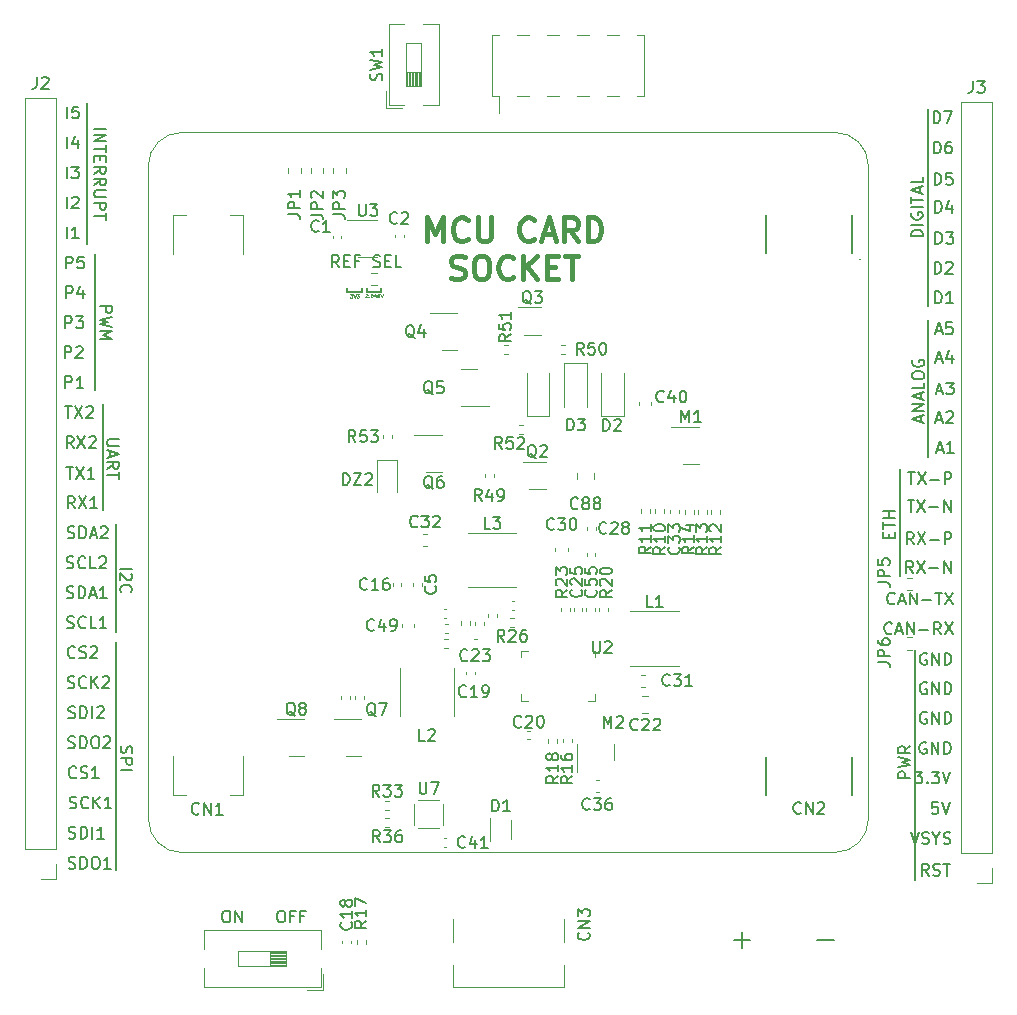
<source format=gbr>
%TF.GenerationSoftware,KiCad,Pcbnew,(6.0.7)*%
%TF.CreationDate,2022-08-29T18:43:20+02:00*%
%TF.ProjectId,UNIclicker,554e4963-6c69-4636-9b65-722e6b696361,rev?*%
%TF.SameCoordinates,Original*%
%TF.FileFunction,Legend,Top*%
%TF.FilePolarity,Positive*%
%FSLAX46Y46*%
G04 Gerber Fmt 4.6, Leading zero omitted, Abs format (unit mm)*
G04 Created by KiCad (PCBNEW (6.0.7)) date 2022-08-29 18:43:20*
%MOMM*%
%LPD*%
G01*
G04 APERTURE LIST*
%ADD10C,0.150000*%
%ADD11C,0.100000*%
%ADD12C,0.400000*%
%ADD13C,0.075000*%
%ADD14C,0.120000*%
%ADD15C,0.200000*%
G04 APERTURE END LIST*
D10*
X77300000Y-95100000D02*
X76600000Y-95100000D01*
X24300000Y-69900000D02*
X24300000Y-89175000D01*
X43850000Y-40200000D02*
X45100000Y-40200000D01*
X84350000Y-95075000D02*
X85050000Y-95075000D01*
D11*
X87980000Y-29525000D02*
G75*
G03*
X85175000Y-26720000I-2805000J0D01*
G01*
D10*
X93050000Y-24775000D02*
X93050000Y-41425000D01*
X77300000Y-94400000D02*
X77300000Y-95800000D01*
D11*
X29825000Y-26720000D02*
G75*
G03*
X27020000Y-29525000I0J-2805000D01*
G01*
D10*
X93050000Y-42575000D02*
X93050000Y-54225000D01*
D11*
X27020000Y-84875000D02*
G75*
G03*
X29825000Y-87680000I2805000J0D01*
G01*
D10*
X84350000Y-95075000D02*
X83650000Y-95075000D01*
X91900000Y-70550000D02*
X91900000Y-90000000D01*
X90700000Y-55212500D02*
X90700000Y-64287500D01*
D11*
X29825000Y-87680000D02*
X85175000Y-87680000D01*
D10*
X21825000Y-24250000D02*
X21825000Y-36200000D01*
X23200000Y-49675000D02*
X23200000Y-58675000D01*
X45100000Y-40200000D02*
X45100000Y-39850000D01*
X43850000Y-39850000D02*
X43850000Y-40200000D01*
X46750000Y-40200000D02*
X46750000Y-39850000D01*
X45500000Y-40200000D02*
X46750000Y-40200000D01*
D11*
X87980000Y-29525000D02*
X87980000Y-84875000D01*
D10*
X77300000Y-95100000D02*
X78000000Y-95100000D01*
D11*
X29825000Y-26720000D02*
X85175000Y-26720000D01*
D10*
X22525000Y-37050000D02*
X22525000Y-48550000D01*
D11*
X85175000Y-87680000D02*
G75*
G03*
X87980000Y-84875000I0J2805000D01*
G01*
X27020000Y-29525000D02*
X27020000Y-84875000D01*
D10*
X45500000Y-39850000D02*
X45500000Y-40200000D01*
X24300000Y-59900000D02*
X24300000Y-68975000D01*
X93511904Y-25927380D02*
X93511904Y-24927380D01*
X93750000Y-24927380D01*
X93892857Y-24975000D01*
X93988095Y-25070238D01*
X94035714Y-25165476D01*
X94083333Y-25355952D01*
X94083333Y-25498809D01*
X94035714Y-25689285D01*
X93988095Y-25784523D01*
X93892857Y-25879761D01*
X93750000Y-25927380D01*
X93511904Y-25927380D01*
X94416666Y-24927380D02*
X95083333Y-24927380D01*
X94654761Y-25927380D01*
X91923809Y-80827380D02*
X92542857Y-80827380D01*
X92209523Y-81208333D01*
X92352380Y-81208333D01*
X92447619Y-81255952D01*
X92495238Y-81303571D01*
X92542857Y-81398809D01*
X92542857Y-81636904D01*
X92495238Y-81732142D01*
X92447619Y-81779761D01*
X92352380Y-81827380D01*
X92066666Y-81827380D01*
X91971428Y-81779761D01*
X91923809Y-81732142D01*
X92971428Y-81732142D02*
X93019047Y-81779761D01*
X92971428Y-81827380D01*
X92923809Y-81779761D01*
X92971428Y-81732142D01*
X92971428Y-81827380D01*
X93352380Y-80827380D02*
X93971428Y-80827380D01*
X93638095Y-81208333D01*
X93780952Y-81208333D01*
X93876190Y-81255952D01*
X93923809Y-81303571D01*
X93971428Y-81398809D01*
X93971428Y-81636904D01*
X93923809Y-81732142D01*
X93876190Y-81779761D01*
X93780952Y-81827380D01*
X93495238Y-81827380D01*
X93400000Y-81779761D01*
X93352380Y-81732142D01*
X94257142Y-80827380D02*
X94590476Y-81827380D01*
X94923809Y-80827380D01*
X93661904Y-36152380D02*
X93661904Y-35152380D01*
X93900000Y-35152380D01*
X94042857Y-35200000D01*
X94138095Y-35295238D01*
X94185714Y-35390476D01*
X94233333Y-35580952D01*
X94233333Y-35723809D01*
X94185714Y-35914285D01*
X94138095Y-36009523D01*
X94042857Y-36104761D01*
X93900000Y-36152380D01*
X93661904Y-36152380D01*
X94566666Y-35152380D02*
X95185714Y-35152380D01*
X94852380Y-35533333D01*
X94995238Y-35533333D01*
X95090476Y-35580952D01*
X95138095Y-35628571D01*
X95185714Y-35723809D01*
X95185714Y-35961904D01*
X95138095Y-36057142D01*
X95090476Y-36104761D01*
X94995238Y-36152380D01*
X94709523Y-36152380D01*
X94614285Y-36104761D01*
X94566666Y-36057142D01*
X91585714Y-85952380D02*
X91919047Y-86952380D01*
X92252380Y-85952380D01*
X92538095Y-86904761D02*
X92680952Y-86952380D01*
X92919047Y-86952380D01*
X93014285Y-86904761D01*
X93061904Y-86857142D01*
X93109523Y-86761904D01*
X93109523Y-86666666D01*
X93061904Y-86571428D01*
X93014285Y-86523809D01*
X92919047Y-86476190D01*
X92728571Y-86428571D01*
X92633333Y-86380952D01*
X92585714Y-86333333D01*
X92538095Y-86238095D01*
X92538095Y-86142857D01*
X92585714Y-86047619D01*
X92633333Y-86000000D01*
X92728571Y-85952380D01*
X92966666Y-85952380D01*
X93109523Y-86000000D01*
X93728571Y-86476190D02*
X93728571Y-86952380D01*
X93395238Y-85952380D02*
X93728571Y-86476190D01*
X94061904Y-85952380D01*
X94347619Y-86904761D02*
X94490476Y-86952380D01*
X94728571Y-86952380D01*
X94823809Y-86904761D01*
X94871428Y-86857142D01*
X94919047Y-86761904D01*
X94919047Y-86666666D01*
X94871428Y-86571428D01*
X94823809Y-86523809D01*
X94728571Y-86476190D01*
X94538095Y-86428571D01*
X94442857Y-86380952D01*
X94395238Y-86333333D01*
X94347619Y-86238095D01*
X94347619Y-86142857D01*
X94395238Y-86047619D01*
X94442857Y-86000000D01*
X94538095Y-85952380D01*
X94776190Y-85952380D01*
X94919047Y-86000000D01*
X20275000Y-86454761D02*
X20417857Y-86502380D01*
X20655952Y-86502380D01*
X20751190Y-86454761D01*
X20798809Y-86407142D01*
X20846428Y-86311904D01*
X20846428Y-86216666D01*
X20798809Y-86121428D01*
X20751190Y-86073809D01*
X20655952Y-86026190D01*
X20465476Y-85978571D01*
X20370238Y-85930952D01*
X20322619Y-85883333D01*
X20275000Y-85788095D01*
X20275000Y-85692857D01*
X20322619Y-85597619D01*
X20370238Y-85550000D01*
X20465476Y-85502380D01*
X20703571Y-85502380D01*
X20846428Y-85550000D01*
X21275000Y-86502380D02*
X21275000Y-85502380D01*
X21513095Y-85502380D01*
X21655952Y-85550000D01*
X21751190Y-85645238D01*
X21798809Y-85740476D01*
X21846428Y-85930952D01*
X21846428Y-86073809D01*
X21798809Y-86264285D01*
X21751190Y-86359523D01*
X21655952Y-86454761D01*
X21513095Y-86502380D01*
X21275000Y-86502380D01*
X22275000Y-86502380D02*
X22275000Y-85502380D01*
X23275000Y-86502380D02*
X22703571Y-86502380D01*
X22989285Y-86502380D02*
X22989285Y-85502380D01*
X22894047Y-85645238D01*
X22798809Y-85740476D01*
X22703571Y-85788095D01*
X93536904Y-28502380D02*
X93536904Y-27502380D01*
X93775000Y-27502380D01*
X93917857Y-27550000D01*
X94013095Y-27645238D01*
X94060714Y-27740476D01*
X94108333Y-27930952D01*
X94108333Y-28073809D01*
X94060714Y-28264285D01*
X94013095Y-28359523D01*
X93917857Y-28454761D01*
X93775000Y-28502380D01*
X93536904Y-28502380D01*
X94965476Y-27502380D02*
X94775000Y-27502380D01*
X94679761Y-27550000D01*
X94632142Y-27597619D01*
X94536904Y-27740476D01*
X94489285Y-27930952D01*
X94489285Y-28311904D01*
X94536904Y-28407142D01*
X94584523Y-28454761D01*
X94679761Y-28502380D01*
X94870238Y-28502380D01*
X94965476Y-28454761D01*
X95013095Y-28407142D01*
X95060714Y-28311904D01*
X95060714Y-28073809D01*
X95013095Y-27978571D01*
X94965476Y-27930952D01*
X94870238Y-27883333D01*
X94679761Y-27883333D01*
X94584523Y-27930952D01*
X94536904Y-27978571D01*
X94489285Y-28073809D01*
X93586904Y-38677380D02*
X93586904Y-37677380D01*
X93825000Y-37677380D01*
X93967857Y-37725000D01*
X94063095Y-37820238D01*
X94110714Y-37915476D01*
X94158333Y-38105952D01*
X94158333Y-38248809D01*
X94110714Y-38439285D01*
X94063095Y-38534523D01*
X93967857Y-38629761D01*
X93825000Y-38677380D01*
X93586904Y-38677380D01*
X94539285Y-37772619D02*
X94586904Y-37725000D01*
X94682142Y-37677380D01*
X94920238Y-37677380D01*
X95015476Y-37725000D01*
X95063095Y-37772619D01*
X95110714Y-37867857D01*
X95110714Y-37963095D01*
X95063095Y-38105952D01*
X94491666Y-38677380D01*
X95110714Y-38677380D01*
X92416666Y-51194047D02*
X92416666Y-50717857D01*
X92702380Y-51289285D02*
X91702380Y-50955952D01*
X92702380Y-50622619D01*
X92702380Y-50289285D02*
X91702380Y-50289285D01*
X92702380Y-49717857D01*
X91702380Y-49717857D01*
X92416666Y-49289285D02*
X92416666Y-48813095D01*
X92702380Y-49384523D02*
X91702380Y-49051190D01*
X92702380Y-48717857D01*
X92702380Y-47908333D02*
X92702380Y-48384523D01*
X91702380Y-48384523D01*
X91702380Y-47384523D02*
X91702380Y-47194047D01*
X91750000Y-47098809D01*
X91845238Y-47003571D01*
X92035714Y-46955952D01*
X92369047Y-46955952D01*
X92559523Y-47003571D01*
X92654761Y-47098809D01*
X92702380Y-47194047D01*
X92702380Y-47384523D01*
X92654761Y-47479761D01*
X92559523Y-47575000D01*
X92369047Y-47622619D01*
X92035714Y-47622619D01*
X91845238Y-47575000D01*
X91750000Y-47479761D01*
X91702380Y-47384523D01*
X91750000Y-46003571D02*
X91702380Y-46098809D01*
X91702380Y-46241666D01*
X91750000Y-46384523D01*
X91845238Y-46479761D01*
X91940476Y-46527380D01*
X92130952Y-46575000D01*
X92273809Y-46575000D01*
X92464285Y-46527380D01*
X92559523Y-46479761D01*
X92654761Y-46384523D01*
X92702380Y-46241666D01*
X92702380Y-46146428D01*
X92654761Y-46003571D01*
X92607142Y-45955952D01*
X92273809Y-45955952D01*
X92273809Y-46146428D01*
X20108333Y-63574761D02*
X20251190Y-63622380D01*
X20489285Y-63622380D01*
X20584523Y-63574761D01*
X20632142Y-63527142D01*
X20679761Y-63431904D01*
X20679761Y-63336666D01*
X20632142Y-63241428D01*
X20584523Y-63193809D01*
X20489285Y-63146190D01*
X20298809Y-63098571D01*
X20203571Y-63050952D01*
X20155952Y-63003333D01*
X20108333Y-62908095D01*
X20108333Y-62812857D01*
X20155952Y-62717619D01*
X20203571Y-62670000D01*
X20298809Y-62622380D01*
X20536904Y-62622380D01*
X20679761Y-62670000D01*
X21679761Y-63527142D02*
X21632142Y-63574761D01*
X21489285Y-63622380D01*
X21394047Y-63622380D01*
X21251190Y-63574761D01*
X21155952Y-63479523D01*
X21108333Y-63384285D01*
X21060714Y-63193809D01*
X21060714Y-63050952D01*
X21108333Y-62860476D01*
X21155952Y-62765238D01*
X21251190Y-62670000D01*
X21394047Y-62622380D01*
X21489285Y-62622380D01*
X21632142Y-62670000D01*
X21679761Y-62717619D01*
X22584523Y-63622380D02*
X22108333Y-63622380D01*
X22108333Y-62622380D01*
X22870238Y-62717619D02*
X22917857Y-62670000D01*
X23013095Y-62622380D01*
X23251190Y-62622380D01*
X23346428Y-62670000D01*
X23394047Y-62717619D01*
X23441666Y-62812857D01*
X23441666Y-62908095D01*
X23394047Y-63050952D01*
X22822619Y-63622380D01*
X23441666Y-63622380D01*
X20363095Y-83899761D02*
X20505952Y-83947380D01*
X20744047Y-83947380D01*
X20839285Y-83899761D01*
X20886904Y-83852142D01*
X20934523Y-83756904D01*
X20934523Y-83661666D01*
X20886904Y-83566428D01*
X20839285Y-83518809D01*
X20744047Y-83471190D01*
X20553571Y-83423571D01*
X20458333Y-83375952D01*
X20410714Y-83328333D01*
X20363095Y-83233095D01*
X20363095Y-83137857D01*
X20410714Y-83042619D01*
X20458333Y-82995000D01*
X20553571Y-82947380D01*
X20791666Y-82947380D01*
X20934523Y-82995000D01*
X21934523Y-83852142D02*
X21886904Y-83899761D01*
X21744047Y-83947380D01*
X21648809Y-83947380D01*
X21505952Y-83899761D01*
X21410714Y-83804523D01*
X21363095Y-83709285D01*
X21315476Y-83518809D01*
X21315476Y-83375952D01*
X21363095Y-83185476D01*
X21410714Y-83090238D01*
X21505952Y-82995000D01*
X21648809Y-82947380D01*
X21744047Y-82947380D01*
X21886904Y-82995000D01*
X21934523Y-83042619D01*
X22363095Y-83947380D02*
X22363095Y-82947380D01*
X22934523Y-83947380D02*
X22505952Y-83375952D01*
X22934523Y-82947380D02*
X22363095Y-83518809D01*
X23886904Y-83947380D02*
X23315476Y-83947380D01*
X23601190Y-83947380D02*
X23601190Y-82947380D01*
X23505952Y-83090238D01*
X23410714Y-83185476D01*
X23315476Y-83233095D01*
X91344047Y-55502380D02*
X91915476Y-55502380D01*
X91629761Y-56502380D02*
X91629761Y-55502380D01*
X92153571Y-55502380D02*
X92820238Y-56502380D01*
X92820238Y-55502380D02*
X92153571Y-56502380D01*
X93201190Y-56121428D02*
X93963095Y-56121428D01*
X94439285Y-56502380D02*
X94439285Y-55502380D01*
X94820238Y-55502380D01*
X94915476Y-55550000D01*
X94963095Y-55597619D01*
X95010714Y-55692857D01*
X95010714Y-55835714D01*
X94963095Y-55930952D01*
X94915476Y-55978571D01*
X94820238Y-56026190D01*
X94439285Y-56026190D01*
X22922619Y-41420238D02*
X23922619Y-41420238D01*
X23922619Y-41801190D01*
X23875000Y-41896428D01*
X23827380Y-41944047D01*
X23732142Y-41991666D01*
X23589285Y-41991666D01*
X23494047Y-41944047D01*
X23446428Y-41896428D01*
X23398809Y-41801190D01*
X23398809Y-41420238D01*
X23922619Y-42325000D02*
X22922619Y-42563095D01*
X23636904Y-42753571D01*
X22922619Y-42944047D01*
X23922619Y-43182142D01*
X22922619Y-43563095D02*
X23922619Y-43563095D01*
X23208333Y-43896428D01*
X23922619Y-44229761D01*
X22922619Y-44229761D01*
X91765476Y-64002380D02*
X91432142Y-63526190D01*
X91194047Y-64002380D02*
X91194047Y-63002380D01*
X91575000Y-63002380D01*
X91670238Y-63050000D01*
X91717857Y-63097619D01*
X91765476Y-63192857D01*
X91765476Y-63335714D01*
X91717857Y-63430952D01*
X91670238Y-63478571D01*
X91575000Y-63526190D01*
X91194047Y-63526190D01*
X92098809Y-63002380D02*
X92765476Y-64002380D01*
X92765476Y-63002380D02*
X92098809Y-64002380D01*
X93146428Y-63621428D02*
X93908333Y-63621428D01*
X94384523Y-64002380D02*
X94384523Y-63002380D01*
X94955952Y-64002380D01*
X94955952Y-63002380D01*
X93735714Y-51041666D02*
X94211904Y-51041666D01*
X93640476Y-51327380D02*
X93973809Y-50327380D01*
X94307142Y-51327380D01*
X94592857Y-50422619D02*
X94640476Y-50375000D01*
X94735714Y-50327380D01*
X94973809Y-50327380D01*
X95069047Y-50375000D01*
X95116666Y-50422619D01*
X95164285Y-50517857D01*
X95164285Y-50613095D01*
X95116666Y-50755952D01*
X94545238Y-51327380D01*
X95164285Y-51327380D01*
X19986904Y-48367380D02*
X19986904Y-47367380D01*
X20367857Y-47367380D01*
X20463095Y-47415000D01*
X20510714Y-47462619D01*
X20558333Y-47557857D01*
X20558333Y-47700714D01*
X20510714Y-47795952D01*
X20463095Y-47843571D01*
X20367857Y-47891190D01*
X19986904Y-47891190D01*
X21510714Y-48367380D02*
X20939285Y-48367380D01*
X21225000Y-48367380D02*
X21225000Y-47367380D01*
X21129761Y-47510238D01*
X21034523Y-47605476D01*
X20939285Y-47653095D01*
X92863095Y-78375000D02*
X92767857Y-78327380D01*
X92625000Y-78327380D01*
X92482142Y-78375000D01*
X92386904Y-78470238D01*
X92339285Y-78565476D01*
X92291666Y-78755952D01*
X92291666Y-78898809D01*
X92339285Y-79089285D01*
X92386904Y-79184523D01*
X92482142Y-79279761D01*
X92625000Y-79327380D01*
X92720238Y-79327380D01*
X92863095Y-79279761D01*
X92910714Y-79232142D01*
X92910714Y-78898809D01*
X92720238Y-78898809D01*
X93339285Y-79327380D02*
X93339285Y-78327380D01*
X93910714Y-79327380D01*
X93910714Y-78327380D01*
X94386904Y-79327380D02*
X94386904Y-78327380D01*
X94625000Y-78327380D01*
X94767857Y-78375000D01*
X94863095Y-78470238D01*
X94910714Y-78565476D01*
X94958333Y-78755952D01*
X94958333Y-78898809D01*
X94910714Y-79089285D01*
X94863095Y-79184523D01*
X94767857Y-79279761D01*
X94625000Y-79327380D01*
X94386904Y-79327380D01*
X20133333Y-68644761D02*
X20276190Y-68692380D01*
X20514285Y-68692380D01*
X20609523Y-68644761D01*
X20657142Y-68597142D01*
X20704761Y-68501904D01*
X20704761Y-68406666D01*
X20657142Y-68311428D01*
X20609523Y-68263809D01*
X20514285Y-68216190D01*
X20323809Y-68168571D01*
X20228571Y-68120952D01*
X20180952Y-68073333D01*
X20133333Y-67978095D01*
X20133333Y-67882857D01*
X20180952Y-67787619D01*
X20228571Y-67740000D01*
X20323809Y-67692380D01*
X20561904Y-67692380D01*
X20704761Y-67740000D01*
X21704761Y-68597142D02*
X21657142Y-68644761D01*
X21514285Y-68692380D01*
X21419047Y-68692380D01*
X21276190Y-68644761D01*
X21180952Y-68549523D01*
X21133333Y-68454285D01*
X21085714Y-68263809D01*
X21085714Y-68120952D01*
X21133333Y-67930476D01*
X21180952Y-67835238D01*
X21276190Y-67740000D01*
X21419047Y-67692380D01*
X21514285Y-67692380D01*
X21657142Y-67740000D01*
X21704761Y-67787619D01*
X22609523Y-68692380D02*
X22133333Y-68692380D01*
X22133333Y-67692380D01*
X23466666Y-68692380D02*
X22895238Y-68692380D01*
X23180952Y-68692380D02*
X23180952Y-67692380D01*
X23085714Y-67835238D01*
X22990476Y-67930476D01*
X22895238Y-67978095D01*
X24522619Y-52704761D02*
X23713095Y-52704761D01*
X23617857Y-52752380D01*
X23570238Y-52800000D01*
X23522619Y-52895238D01*
X23522619Y-53085714D01*
X23570238Y-53180952D01*
X23617857Y-53228571D01*
X23713095Y-53276190D01*
X24522619Y-53276190D01*
X23808333Y-53704761D02*
X23808333Y-54180952D01*
X23522619Y-53609523D02*
X24522619Y-53942857D01*
X23522619Y-54276190D01*
X23522619Y-55180952D02*
X23998809Y-54847619D01*
X23522619Y-54609523D02*
X24522619Y-54609523D01*
X24522619Y-54990476D01*
X24475000Y-55085714D01*
X24427380Y-55133333D01*
X24332142Y-55180952D01*
X24189285Y-55180952D01*
X24094047Y-55133333D01*
X24046428Y-55085714D01*
X23998809Y-54990476D01*
X23998809Y-54609523D01*
X24522619Y-55466666D02*
X24522619Y-56038095D01*
X23522619Y-55752380D02*
X24522619Y-55752380D01*
X92913095Y-70850000D02*
X92817857Y-70802380D01*
X92675000Y-70802380D01*
X92532142Y-70850000D01*
X92436904Y-70945238D01*
X92389285Y-71040476D01*
X92341666Y-71230952D01*
X92341666Y-71373809D01*
X92389285Y-71564285D01*
X92436904Y-71659523D01*
X92532142Y-71754761D01*
X92675000Y-71802380D01*
X92770238Y-71802380D01*
X92913095Y-71754761D01*
X92960714Y-71707142D01*
X92960714Y-71373809D01*
X92770238Y-71373809D01*
X93389285Y-71802380D02*
X93389285Y-70802380D01*
X93960714Y-71802380D01*
X93960714Y-70802380D01*
X94436904Y-71802380D02*
X94436904Y-70802380D01*
X94675000Y-70802380D01*
X94817857Y-70850000D01*
X94913095Y-70945238D01*
X94960714Y-71040476D01*
X95008333Y-71230952D01*
X95008333Y-71373809D01*
X94960714Y-71564285D01*
X94913095Y-71659523D01*
X94817857Y-71754761D01*
X94675000Y-71802380D01*
X94436904Y-71802380D01*
X20123809Y-35687380D02*
X20123809Y-34687380D01*
X21123809Y-35687380D02*
X20552380Y-35687380D01*
X20838095Y-35687380D02*
X20838095Y-34687380D01*
X20742857Y-34830238D01*
X20647619Y-34925476D01*
X20552380Y-34973095D01*
X20907142Y-81307142D02*
X20859523Y-81354761D01*
X20716666Y-81402380D01*
X20621428Y-81402380D01*
X20478571Y-81354761D01*
X20383333Y-81259523D01*
X20335714Y-81164285D01*
X20288095Y-80973809D01*
X20288095Y-80830952D01*
X20335714Y-80640476D01*
X20383333Y-80545238D01*
X20478571Y-80450000D01*
X20621428Y-80402380D01*
X20716666Y-80402380D01*
X20859523Y-80450000D01*
X20907142Y-80497619D01*
X21288095Y-81354761D02*
X21430952Y-81402380D01*
X21669047Y-81402380D01*
X21764285Y-81354761D01*
X21811904Y-81307142D01*
X21859523Y-81211904D01*
X21859523Y-81116666D01*
X21811904Y-81021428D01*
X21764285Y-80973809D01*
X21669047Y-80926190D01*
X21478571Y-80878571D01*
X21383333Y-80830952D01*
X21335714Y-80783333D01*
X21288095Y-80688095D01*
X21288095Y-80592857D01*
X21335714Y-80497619D01*
X21383333Y-80450000D01*
X21478571Y-80402380D01*
X21716666Y-80402380D01*
X21859523Y-80450000D01*
X22811904Y-81402380D02*
X22240476Y-81402380D01*
X22526190Y-81402380D02*
X22526190Y-80402380D01*
X22430952Y-80545238D01*
X22335714Y-80640476D01*
X22240476Y-80688095D01*
X93586904Y-31152380D02*
X93586904Y-30152380D01*
X93825000Y-30152380D01*
X93967857Y-30200000D01*
X94063095Y-30295238D01*
X94110714Y-30390476D01*
X94158333Y-30580952D01*
X94158333Y-30723809D01*
X94110714Y-30914285D01*
X94063095Y-31009523D01*
X93967857Y-31104761D01*
X93825000Y-31152380D01*
X93586904Y-31152380D01*
X95063095Y-30152380D02*
X94586904Y-30152380D01*
X94539285Y-30628571D01*
X94586904Y-30580952D01*
X94682142Y-30533333D01*
X94920238Y-30533333D01*
X95015476Y-30580952D01*
X95063095Y-30628571D01*
X95110714Y-30723809D01*
X95110714Y-30961904D01*
X95063095Y-31057142D01*
X95015476Y-31104761D01*
X94920238Y-31152380D01*
X94682142Y-31152380D01*
X94586904Y-31104761D01*
X94539285Y-31057142D01*
X93785714Y-53566666D02*
X94261904Y-53566666D01*
X93690476Y-53852380D02*
X94023809Y-52852380D01*
X94357142Y-53852380D01*
X95214285Y-53852380D02*
X94642857Y-53852380D01*
X94928571Y-53852380D02*
X94928571Y-52852380D01*
X94833333Y-52995238D01*
X94738095Y-53090476D01*
X94642857Y-53138095D01*
D12*
X50616666Y-35919761D02*
X50616666Y-33919761D01*
X51283333Y-35348333D01*
X51950000Y-33919761D01*
X51950000Y-35919761D01*
X54045238Y-35729285D02*
X53950000Y-35824523D01*
X53664285Y-35919761D01*
X53473809Y-35919761D01*
X53188095Y-35824523D01*
X52997619Y-35634047D01*
X52902380Y-35443571D01*
X52807142Y-35062619D01*
X52807142Y-34776904D01*
X52902380Y-34395952D01*
X52997619Y-34205476D01*
X53188095Y-34015000D01*
X53473809Y-33919761D01*
X53664285Y-33919761D01*
X53950000Y-34015000D01*
X54045238Y-34110238D01*
X54902380Y-33919761D02*
X54902380Y-35538809D01*
X54997619Y-35729285D01*
X55092857Y-35824523D01*
X55283333Y-35919761D01*
X55664285Y-35919761D01*
X55854761Y-35824523D01*
X55950000Y-35729285D01*
X56045238Y-35538809D01*
X56045238Y-33919761D01*
X59664285Y-35729285D02*
X59569047Y-35824523D01*
X59283333Y-35919761D01*
X59092857Y-35919761D01*
X58807142Y-35824523D01*
X58616666Y-35634047D01*
X58521428Y-35443571D01*
X58426190Y-35062619D01*
X58426190Y-34776904D01*
X58521428Y-34395952D01*
X58616666Y-34205476D01*
X58807142Y-34015000D01*
X59092857Y-33919761D01*
X59283333Y-33919761D01*
X59569047Y-34015000D01*
X59664285Y-34110238D01*
X60426190Y-35348333D02*
X61378571Y-35348333D01*
X60235714Y-35919761D02*
X60902380Y-33919761D01*
X61569047Y-35919761D01*
X63378571Y-35919761D02*
X62711904Y-34967380D01*
X62235714Y-35919761D02*
X62235714Y-33919761D01*
X62997619Y-33919761D01*
X63188095Y-34015000D01*
X63283333Y-34110238D01*
X63378571Y-34300714D01*
X63378571Y-34586428D01*
X63283333Y-34776904D01*
X63188095Y-34872142D01*
X62997619Y-34967380D01*
X62235714Y-34967380D01*
X64235714Y-35919761D02*
X64235714Y-33919761D01*
X64711904Y-33919761D01*
X64997619Y-34015000D01*
X65188095Y-34205476D01*
X65283333Y-34395952D01*
X65378571Y-34776904D01*
X65378571Y-35062619D01*
X65283333Y-35443571D01*
X65188095Y-35634047D01*
X64997619Y-35824523D01*
X64711904Y-35919761D01*
X64235714Y-35919761D01*
X52664285Y-39044523D02*
X52950000Y-39139761D01*
X53426190Y-39139761D01*
X53616666Y-39044523D01*
X53711904Y-38949285D01*
X53807142Y-38758809D01*
X53807142Y-38568333D01*
X53711904Y-38377857D01*
X53616666Y-38282619D01*
X53426190Y-38187380D01*
X53045238Y-38092142D01*
X52854761Y-37996904D01*
X52759523Y-37901666D01*
X52664285Y-37711190D01*
X52664285Y-37520714D01*
X52759523Y-37330238D01*
X52854761Y-37235000D01*
X53045238Y-37139761D01*
X53521428Y-37139761D01*
X53807142Y-37235000D01*
X55045238Y-37139761D02*
X55426190Y-37139761D01*
X55616666Y-37235000D01*
X55807142Y-37425476D01*
X55902380Y-37806428D01*
X55902380Y-38473095D01*
X55807142Y-38854047D01*
X55616666Y-39044523D01*
X55426190Y-39139761D01*
X55045238Y-39139761D01*
X54854761Y-39044523D01*
X54664285Y-38854047D01*
X54569047Y-38473095D01*
X54569047Y-37806428D01*
X54664285Y-37425476D01*
X54854761Y-37235000D01*
X55045238Y-37139761D01*
X57902380Y-38949285D02*
X57807142Y-39044523D01*
X57521428Y-39139761D01*
X57330952Y-39139761D01*
X57045238Y-39044523D01*
X56854761Y-38854047D01*
X56759523Y-38663571D01*
X56664285Y-38282619D01*
X56664285Y-37996904D01*
X56759523Y-37615952D01*
X56854761Y-37425476D01*
X57045238Y-37235000D01*
X57330952Y-37139761D01*
X57521428Y-37139761D01*
X57807142Y-37235000D01*
X57902380Y-37330238D01*
X58759523Y-39139761D02*
X58759523Y-37139761D01*
X59902380Y-39139761D02*
X59045238Y-37996904D01*
X59902380Y-37139761D02*
X58759523Y-38282619D01*
X60759523Y-38092142D02*
X61426190Y-38092142D01*
X61711904Y-39139761D02*
X60759523Y-39139761D01*
X60759523Y-37139761D01*
X61711904Y-37139761D01*
X62283333Y-37139761D02*
X63426190Y-37139761D01*
X62854761Y-39139761D02*
X62854761Y-37139761D01*
D10*
X20782142Y-58542380D02*
X20448809Y-58066190D01*
X20210714Y-58542380D02*
X20210714Y-57542380D01*
X20591666Y-57542380D01*
X20686904Y-57590000D01*
X20734523Y-57637619D01*
X20782142Y-57732857D01*
X20782142Y-57875714D01*
X20734523Y-57970952D01*
X20686904Y-58018571D01*
X20591666Y-58066190D01*
X20210714Y-58066190D01*
X21115476Y-57542380D02*
X21782142Y-58542380D01*
X21782142Y-57542380D02*
X21115476Y-58542380D01*
X22686904Y-58542380D02*
X22115476Y-58542380D01*
X22401190Y-58542380D02*
X22401190Y-57542380D01*
X22305952Y-57685238D01*
X22210714Y-57780476D01*
X22115476Y-57828095D01*
X93077380Y-89652380D02*
X92744047Y-89176190D01*
X92505952Y-89652380D02*
X92505952Y-88652380D01*
X92886904Y-88652380D01*
X92982142Y-88700000D01*
X93029761Y-88747619D01*
X93077380Y-88842857D01*
X93077380Y-88985714D01*
X93029761Y-89080952D01*
X92982142Y-89128571D01*
X92886904Y-89176190D01*
X92505952Y-89176190D01*
X93458333Y-89604761D02*
X93601190Y-89652380D01*
X93839285Y-89652380D01*
X93934523Y-89604761D01*
X93982142Y-89557142D01*
X94029761Y-89461904D01*
X94029761Y-89366666D01*
X93982142Y-89271428D01*
X93934523Y-89223809D01*
X93839285Y-89176190D01*
X93648809Y-89128571D01*
X93553571Y-89080952D01*
X93505952Y-89033333D01*
X93458333Y-88938095D01*
X93458333Y-88842857D01*
X93505952Y-88747619D01*
X93553571Y-88700000D01*
X93648809Y-88652380D01*
X93886904Y-88652380D01*
X94029761Y-88700000D01*
X94315476Y-88652380D02*
X94886904Y-88652380D01*
X94601190Y-89652380D02*
X94601190Y-88652380D01*
X20123809Y-30607380D02*
X20123809Y-29607380D01*
X20504761Y-29607380D02*
X21123809Y-29607380D01*
X20790476Y-29988333D01*
X20933333Y-29988333D01*
X21028571Y-30035952D01*
X21076190Y-30083571D01*
X21123809Y-30178809D01*
X21123809Y-30416904D01*
X21076190Y-30512142D01*
X21028571Y-30559761D01*
X20933333Y-30607380D01*
X20647619Y-30607380D01*
X20552380Y-30559761D01*
X20504761Y-30512142D01*
X20264285Y-89004761D02*
X20407142Y-89052380D01*
X20645238Y-89052380D01*
X20740476Y-89004761D01*
X20788095Y-88957142D01*
X20835714Y-88861904D01*
X20835714Y-88766666D01*
X20788095Y-88671428D01*
X20740476Y-88623809D01*
X20645238Y-88576190D01*
X20454761Y-88528571D01*
X20359523Y-88480952D01*
X20311904Y-88433333D01*
X20264285Y-88338095D01*
X20264285Y-88242857D01*
X20311904Y-88147619D01*
X20359523Y-88100000D01*
X20454761Y-88052380D01*
X20692857Y-88052380D01*
X20835714Y-88100000D01*
X21264285Y-89052380D02*
X21264285Y-88052380D01*
X21502380Y-88052380D01*
X21645238Y-88100000D01*
X21740476Y-88195238D01*
X21788095Y-88290476D01*
X21835714Y-88480952D01*
X21835714Y-88623809D01*
X21788095Y-88814285D01*
X21740476Y-88909523D01*
X21645238Y-89004761D01*
X21502380Y-89052380D01*
X21264285Y-89052380D01*
X22454761Y-88052380D02*
X22645238Y-88052380D01*
X22740476Y-88100000D01*
X22835714Y-88195238D01*
X22883333Y-88385714D01*
X22883333Y-88719047D01*
X22835714Y-88909523D01*
X22740476Y-89004761D01*
X22645238Y-89052380D01*
X22454761Y-89052380D01*
X22359523Y-89004761D01*
X22264285Y-88909523D01*
X22216666Y-88719047D01*
X22216666Y-88385714D01*
X22264285Y-88195238D01*
X22359523Y-88100000D01*
X22454761Y-88052380D01*
X23835714Y-89052380D02*
X23264285Y-89052380D01*
X23550000Y-89052380D02*
X23550000Y-88052380D01*
X23454761Y-88195238D01*
X23359523Y-88290476D01*
X23264285Y-88338095D01*
X89961904Y-69107142D02*
X89914285Y-69154761D01*
X89771428Y-69202380D01*
X89676190Y-69202380D01*
X89533333Y-69154761D01*
X89438095Y-69059523D01*
X89390476Y-68964285D01*
X89342857Y-68773809D01*
X89342857Y-68630952D01*
X89390476Y-68440476D01*
X89438095Y-68345238D01*
X89533333Y-68250000D01*
X89676190Y-68202380D01*
X89771428Y-68202380D01*
X89914285Y-68250000D01*
X89961904Y-68297619D01*
X90342857Y-68916666D02*
X90819047Y-68916666D01*
X90247619Y-69202380D02*
X90580952Y-68202380D01*
X90914285Y-69202380D01*
X91247619Y-69202380D02*
X91247619Y-68202380D01*
X91819047Y-69202380D01*
X91819047Y-68202380D01*
X92295238Y-68821428D02*
X93057142Y-68821428D01*
X94104761Y-69202380D02*
X93771428Y-68726190D01*
X93533333Y-69202380D02*
X93533333Y-68202380D01*
X93914285Y-68202380D01*
X94009523Y-68250000D01*
X94057142Y-68297619D01*
X94104761Y-68392857D01*
X94104761Y-68535714D01*
X94057142Y-68630952D01*
X94009523Y-68678571D01*
X93914285Y-68726190D01*
X93533333Y-68726190D01*
X94438095Y-68202380D02*
X95104761Y-69202380D01*
X95104761Y-68202380D02*
X94438095Y-69202380D01*
X92913095Y-73325000D02*
X92817857Y-73277380D01*
X92675000Y-73277380D01*
X92532142Y-73325000D01*
X92436904Y-73420238D01*
X92389285Y-73515476D01*
X92341666Y-73705952D01*
X92341666Y-73848809D01*
X92389285Y-74039285D01*
X92436904Y-74134523D01*
X92532142Y-74229761D01*
X92675000Y-74277380D01*
X92770238Y-74277380D01*
X92913095Y-74229761D01*
X92960714Y-74182142D01*
X92960714Y-73848809D01*
X92770238Y-73848809D01*
X93389285Y-74277380D02*
X93389285Y-73277380D01*
X93960714Y-74277380D01*
X93960714Y-73277380D01*
X94436904Y-74277380D02*
X94436904Y-73277380D01*
X94675000Y-73277380D01*
X94817857Y-73325000D01*
X94913095Y-73420238D01*
X94960714Y-73515476D01*
X95008333Y-73705952D01*
X95008333Y-73848809D01*
X94960714Y-74039285D01*
X94913095Y-74134523D01*
X94817857Y-74229761D01*
X94675000Y-74277380D01*
X94436904Y-74277380D01*
X20123809Y-28067380D02*
X20123809Y-27067380D01*
X21028571Y-27400714D02*
X21028571Y-28067380D01*
X20790476Y-27019761D02*
X20552380Y-27734047D01*
X21171428Y-27734047D01*
X19936904Y-45827380D02*
X19936904Y-44827380D01*
X20317857Y-44827380D01*
X20413095Y-44875000D01*
X20460714Y-44922619D01*
X20508333Y-45017857D01*
X20508333Y-45160714D01*
X20460714Y-45255952D01*
X20413095Y-45303571D01*
X20317857Y-45351190D01*
X19936904Y-45351190D01*
X20889285Y-44922619D02*
X20936904Y-44875000D01*
X21032142Y-44827380D01*
X21270238Y-44827380D01*
X21365476Y-44875000D01*
X21413095Y-44922619D01*
X21460714Y-45017857D01*
X21460714Y-45113095D01*
X21413095Y-45255952D01*
X20841666Y-45827380D01*
X21460714Y-45827380D01*
X93685714Y-43516666D02*
X94161904Y-43516666D01*
X93590476Y-43802380D02*
X93923809Y-42802380D01*
X94257142Y-43802380D01*
X95066666Y-42802380D02*
X94590476Y-42802380D01*
X94542857Y-43278571D01*
X94590476Y-43230952D01*
X94685714Y-43183333D01*
X94923809Y-43183333D01*
X95019047Y-43230952D01*
X95066666Y-43278571D01*
X95114285Y-43373809D01*
X95114285Y-43611904D01*
X95066666Y-43707142D01*
X95019047Y-43754761D01*
X94923809Y-43802380D01*
X94685714Y-43802380D01*
X94590476Y-43754761D01*
X94542857Y-43707142D01*
X24622619Y-63648809D02*
X25622619Y-63648809D01*
X25527380Y-64077380D02*
X25575000Y-64125000D01*
X25622619Y-64220238D01*
X25622619Y-64458333D01*
X25575000Y-64553571D01*
X25527380Y-64601190D01*
X25432142Y-64648809D01*
X25336904Y-64648809D01*
X25194047Y-64601190D01*
X24622619Y-64029761D01*
X24622619Y-64648809D01*
X24717857Y-65648809D02*
X24670238Y-65601190D01*
X24622619Y-65458333D01*
X24622619Y-65363095D01*
X24670238Y-65220238D01*
X24765476Y-65125000D01*
X24860714Y-65077380D01*
X25051190Y-65029761D01*
X25194047Y-65029761D01*
X25384523Y-65077380D01*
X25479761Y-65125000D01*
X25575000Y-65220238D01*
X25622619Y-65363095D01*
X25622619Y-65458333D01*
X25575000Y-65601190D01*
X25527380Y-65648809D01*
X20061904Y-55052380D02*
X20633333Y-55052380D01*
X20347619Y-56052380D02*
X20347619Y-55052380D01*
X20871428Y-55052380D02*
X21538095Y-56052380D01*
X21538095Y-55052380D02*
X20871428Y-56052380D01*
X22442857Y-56052380D02*
X21871428Y-56052380D01*
X22157142Y-56052380D02*
X22157142Y-55052380D01*
X22061904Y-55195238D01*
X21966666Y-55290476D01*
X21871428Y-55338095D01*
X20188095Y-73724761D02*
X20330952Y-73772380D01*
X20569047Y-73772380D01*
X20664285Y-73724761D01*
X20711904Y-73677142D01*
X20759523Y-73581904D01*
X20759523Y-73486666D01*
X20711904Y-73391428D01*
X20664285Y-73343809D01*
X20569047Y-73296190D01*
X20378571Y-73248571D01*
X20283333Y-73200952D01*
X20235714Y-73153333D01*
X20188095Y-73058095D01*
X20188095Y-72962857D01*
X20235714Y-72867619D01*
X20283333Y-72820000D01*
X20378571Y-72772380D01*
X20616666Y-72772380D01*
X20759523Y-72820000D01*
X21759523Y-73677142D02*
X21711904Y-73724761D01*
X21569047Y-73772380D01*
X21473809Y-73772380D01*
X21330952Y-73724761D01*
X21235714Y-73629523D01*
X21188095Y-73534285D01*
X21140476Y-73343809D01*
X21140476Y-73200952D01*
X21188095Y-73010476D01*
X21235714Y-72915238D01*
X21330952Y-72820000D01*
X21473809Y-72772380D01*
X21569047Y-72772380D01*
X21711904Y-72820000D01*
X21759523Y-72867619D01*
X22188095Y-73772380D02*
X22188095Y-72772380D01*
X22759523Y-73772380D02*
X22330952Y-73200952D01*
X22759523Y-72772380D02*
X22188095Y-73343809D01*
X23140476Y-72867619D02*
X23188095Y-72820000D01*
X23283333Y-72772380D01*
X23521428Y-72772380D01*
X23616666Y-72820000D01*
X23664285Y-72867619D01*
X23711904Y-72962857D01*
X23711904Y-73058095D01*
X23664285Y-73200952D01*
X23092857Y-73772380D01*
X23711904Y-73772380D01*
X93611904Y-33502380D02*
X93611904Y-32502380D01*
X93850000Y-32502380D01*
X93992857Y-32550000D01*
X94088095Y-32645238D01*
X94135714Y-32740476D01*
X94183333Y-32930952D01*
X94183333Y-33073809D01*
X94135714Y-33264285D01*
X94088095Y-33359523D01*
X93992857Y-33454761D01*
X93850000Y-33502380D01*
X93611904Y-33502380D01*
X95040476Y-32835714D02*
X95040476Y-33502380D01*
X94802380Y-32454761D02*
X94564285Y-33169047D01*
X95183333Y-33169047D01*
X20109523Y-66104761D02*
X20252380Y-66152380D01*
X20490476Y-66152380D01*
X20585714Y-66104761D01*
X20633333Y-66057142D01*
X20680952Y-65961904D01*
X20680952Y-65866666D01*
X20633333Y-65771428D01*
X20585714Y-65723809D01*
X20490476Y-65676190D01*
X20300000Y-65628571D01*
X20204761Y-65580952D01*
X20157142Y-65533333D01*
X20109523Y-65438095D01*
X20109523Y-65342857D01*
X20157142Y-65247619D01*
X20204761Y-65200000D01*
X20300000Y-65152380D01*
X20538095Y-65152380D01*
X20680952Y-65200000D01*
X21109523Y-66152380D02*
X21109523Y-65152380D01*
X21347619Y-65152380D01*
X21490476Y-65200000D01*
X21585714Y-65295238D01*
X21633333Y-65390476D01*
X21680952Y-65580952D01*
X21680952Y-65723809D01*
X21633333Y-65914285D01*
X21585714Y-66009523D01*
X21490476Y-66104761D01*
X21347619Y-66152380D01*
X21109523Y-66152380D01*
X22061904Y-65866666D02*
X22538095Y-65866666D01*
X21966666Y-66152380D02*
X22300000Y-65152380D01*
X22633333Y-66152380D01*
X23490476Y-66152380D02*
X22919047Y-66152380D01*
X23204761Y-66152380D02*
X23204761Y-65152380D01*
X23109523Y-65295238D01*
X23014285Y-65390476D01*
X22919047Y-65438095D01*
D13*
X44103571Y-40410714D02*
X44289285Y-40410714D01*
X44189285Y-40525000D01*
X44232142Y-40525000D01*
X44260714Y-40539285D01*
X44275000Y-40553571D01*
X44289285Y-40582142D01*
X44289285Y-40653571D01*
X44275000Y-40682142D01*
X44260714Y-40696428D01*
X44232142Y-40710714D01*
X44146428Y-40710714D01*
X44117857Y-40696428D01*
X44103571Y-40682142D01*
X44375000Y-40410714D02*
X44475000Y-40710714D01*
X44575000Y-40410714D01*
X44646428Y-40410714D02*
X44832142Y-40410714D01*
X44732142Y-40525000D01*
X44775000Y-40525000D01*
X44803571Y-40539285D01*
X44817857Y-40553571D01*
X44832142Y-40582142D01*
X44832142Y-40653571D01*
X44817857Y-40682142D01*
X44803571Y-40696428D01*
X44775000Y-40710714D01*
X44689285Y-40710714D01*
X44660714Y-40696428D01*
X44646428Y-40682142D01*
D10*
X93735714Y-45941666D02*
X94211904Y-45941666D01*
X93640476Y-46227380D02*
X93973809Y-45227380D01*
X94307142Y-46227380D01*
X95069047Y-45560714D02*
X95069047Y-46227380D01*
X94830952Y-45179761D02*
X94592857Y-45894047D01*
X95211904Y-45894047D01*
X19961904Y-49902380D02*
X20533333Y-49902380D01*
X20247619Y-50902380D02*
X20247619Y-49902380D01*
X20771428Y-49902380D02*
X21438095Y-50902380D01*
X21438095Y-49902380D02*
X20771428Y-50902380D01*
X21771428Y-49997619D02*
X21819047Y-49950000D01*
X21914285Y-49902380D01*
X22152380Y-49902380D01*
X22247619Y-49950000D01*
X22295238Y-49997619D01*
X22342857Y-50092857D01*
X22342857Y-50188095D01*
X22295238Y-50330952D01*
X21723809Y-50902380D01*
X22342857Y-50902380D01*
X93859523Y-83427380D02*
X93383333Y-83427380D01*
X93335714Y-83903571D01*
X93383333Y-83855952D01*
X93478571Y-83808333D01*
X93716666Y-83808333D01*
X93811904Y-83855952D01*
X93859523Y-83903571D01*
X93907142Y-83998809D01*
X93907142Y-84236904D01*
X93859523Y-84332142D01*
X93811904Y-84379761D01*
X93716666Y-84427380D01*
X93478571Y-84427380D01*
X93383333Y-84379761D01*
X93335714Y-84332142D01*
X94192857Y-83427380D02*
X94526190Y-84427380D01*
X94859523Y-83427380D01*
X20250000Y-76264761D02*
X20392857Y-76312380D01*
X20630952Y-76312380D01*
X20726190Y-76264761D01*
X20773809Y-76217142D01*
X20821428Y-76121904D01*
X20821428Y-76026666D01*
X20773809Y-75931428D01*
X20726190Y-75883809D01*
X20630952Y-75836190D01*
X20440476Y-75788571D01*
X20345238Y-75740952D01*
X20297619Y-75693333D01*
X20250000Y-75598095D01*
X20250000Y-75502857D01*
X20297619Y-75407619D01*
X20345238Y-75360000D01*
X20440476Y-75312380D01*
X20678571Y-75312380D01*
X20821428Y-75360000D01*
X21250000Y-76312380D02*
X21250000Y-75312380D01*
X21488095Y-75312380D01*
X21630952Y-75360000D01*
X21726190Y-75455238D01*
X21773809Y-75550476D01*
X21821428Y-75740952D01*
X21821428Y-75883809D01*
X21773809Y-76074285D01*
X21726190Y-76169523D01*
X21630952Y-76264761D01*
X21488095Y-76312380D01*
X21250000Y-76312380D01*
X22250000Y-76312380D02*
X22250000Y-75312380D01*
X22678571Y-75407619D02*
X22726190Y-75360000D01*
X22821428Y-75312380D01*
X23059523Y-75312380D01*
X23154761Y-75360000D01*
X23202380Y-75407619D01*
X23250000Y-75502857D01*
X23250000Y-75598095D01*
X23202380Y-75740952D01*
X22630952Y-76312380D01*
X23250000Y-76312380D01*
X22422619Y-26438095D02*
X23422619Y-26438095D01*
X22422619Y-26914285D02*
X23422619Y-26914285D01*
X22422619Y-27485714D01*
X23422619Y-27485714D01*
X23422619Y-27819047D02*
X23422619Y-28390476D01*
X22422619Y-28104761D02*
X23422619Y-28104761D01*
X22946428Y-28723809D02*
X22946428Y-29057142D01*
X22422619Y-29200000D02*
X22422619Y-28723809D01*
X23422619Y-28723809D01*
X23422619Y-29200000D01*
X22422619Y-30200000D02*
X22898809Y-29866666D01*
X22422619Y-29628571D02*
X23422619Y-29628571D01*
X23422619Y-30009523D01*
X23375000Y-30104761D01*
X23327380Y-30152380D01*
X23232142Y-30200000D01*
X23089285Y-30200000D01*
X22994047Y-30152380D01*
X22946428Y-30104761D01*
X22898809Y-30009523D01*
X22898809Y-29628571D01*
X22422619Y-31200000D02*
X22898809Y-30866666D01*
X22422619Y-30628571D02*
X23422619Y-30628571D01*
X23422619Y-31009523D01*
X23375000Y-31104761D01*
X23327380Y-31152380D01*
X23232142Y-31200000D01*
X23089285Y-31200000D01*
X22994047Y-31152380D01*
X22946428Y-31104761D01*
X22898809Y-31009523D01*
X22898809Y-30628571D01*
X23422619Y-31628571D02*
X22613095Y-31628571D01*
X22517857Y-31676190D01*
X22470238Y-31723809D01*
X22422619Y-31819047D01*
X22422619Y-32009523D01*
X22470238Y-32104761D01*
X22517857Y-32152380D01*
X22613095Y-32200000D01*
X23422619Y-32200000D01*
X22422619Y-32676190D02*
X23422619Y-32676190D01*
X23422619Y-33057142D01*
X23375000Y-33152380D01*
X23327380Y-33200000D01*
X23232142Y-33247619D01*
X23089285Y-33247619D01*
X22994047Y-33200000D01*
X22946428Y-33152380D01*
X22898809Y-33057142D01*
X22898809Y-32676190D01*
X23422619Y-33533333D02*
X23422619Y-34104761D01*
X22422619Y-33819047D02*
X23422619Y-33819047D01*
X20239285Y-78804761D02*
X20382142Y-78852380D01*
X20620238Y-78852380D01*
X20715476Y-78804761D01*
X20763095Y-78757142D01*
X20810714Y-78661904D01*
X20810714Y-78566666D01*
X20763095Y-78471428D01*
X20715476Y-78423809D01*
X20620238Y-78376190D01*
X20429761Y-78328571D01*
X20334523Y-78280952D01*
X20286904Y-78233333D01*
X20239285Y-78138095D01*
X20239285Y-78042857D01*
X20286904Y-77947619D01*
X20334523Y-77900000D01*
X20429761Y-77852380D01*
X20667857Y-77852380D01*
X20810714Y-77900000D01*
X21239285Y-78852380D02*
X21239285Y-77852380D01*
X21477380Y-77852380D01*
X21620238Y-77900000D01*
X21715476Y-77995238D01*
X21763095Y-78090476D01*
X21810714Y-78280952D01*
X21810714Y-78423809D01*
X21763095Y-78614285D01*
X21715476Y-78709523D01*
X21620238Y-78804761D01*
X21477380Y-78852380D01*
X21239285Y-78852380D01*
X22429761Y-77852380D02*
X22620238Y-77852380D01*
X22715476Y-77900000D01*
X22810714Y-77995238D01*
X22858333Y-78185714D01*
X22858333Y-78519047D01*
X22810714Y-78709523D01*
X22715476Y-78804761D01*
X22620238Y-78852380D01*
X22429761Y-78852380D01*
X22334523Y-78804761D01*
X22239285Y-78709523D01*
X22191666Y-78519047D01*
X22191666Y-78185714D01*
X22239285Y-77995238D01*
X22334523Y-77900000D01*
X22429761Y-77852380D01*
X23239285Y-77947619D02*
X23286904Y-77900000D01*
X23382142Y-77852380D01*
X23620238Y-77852380D01*
X23715476Y-77900000D01*
X23763095Y-77947619D01*
X23810714Y-78042857D01*
X23810714Y-78138095D01*
X23763095Y-78280952D01*
X23191666Y-78852380D01*
X23810714Y-78852380D01*
X20123809Y-25527380D02*
X20123809Y-24527380D01*
X21076190Y-24527380D02*
X20600000Y-24527380D01*
X20552380Y-25003571D01*
X20600000Y-24955952D01*
X20695238Y-24908333D01*
X20933333Y-24908333D01*
X21028571Y-24955952D01*
X21076190Y-25003571D01*
X21123809Y-25098809D01*
X21123809Y-25336904D01*
X21076190Y-25432142D01*
X21028571Y-25479761D01*
X20933333Y-25527380D01*
X20695238Y-25527380D01*
X20600000Y-25479761D01*
X20552380Y-25432142D01*
X89703571Y-61044047D02*
X89703571Y-60710714D01*
X90227380Y-60567857D02*
X90227380Y-61044047D01*
X89227380Y-61044047D01*
X89227380Y-60567857D01*
X89227380Y-60282142D02*
X89227380Y-59710714D01*
X90227380Y-59996428D02*
X89227380Y-59996428D01*
X90227380Y-59377380D02*
X89227380Y-59377380D01*
X89703571Y-59377380D02*
X89703571Y-58805952D01*
X90227380Y-58805952D02*
X89227380Y-58805952D01*
X92913095Y-75825000D02*
X92817857Y-75777380D01*
X92675000Y-75777380D01*
X92532142Y-75825000D01*
X92436904Y-75920238D01*
X92389285Y-76015476D01*
X92341666Y-76205952D01*
X92341666Y-76348809D01*
X92389285Y-76539285D01*
X92436904Y-76634523D01*
X92532142Y-76729761D01*
X92675000Y-76777380D01*
X92770238Y-76777380D01*
X92913095Y-76729761D01*
X92960714Y-76682142D01*
X92960714Y-76348809D01*
X92770238Y-76348809D01*
X93389285Y-76777380D02*
X93389285Y-75777380D01*
X93960714Y-76777380D01*
X93960714Y-75777380D01*
X94436904Y-76777380D02*
X94436904Y-75777380D01*
X94675000Y-75777380D01*
X94817857Y-75825000D01*
X94913095Y-75920238D01*
X94960714Y-76015476D01*
X95008333Y-76205952D01*
X95008333Y-76348809D01*
X94960714Y-76539285D01*
X94913095Y-76634523D01*
X94817857Y-76729761D01*
X94675000Y-76777380D01*
X94436904Y-76777380D01*
X20123809Y-33147380D02*
X20123809Y-32147380D01*
X20552380Y-32242619D02*
X20600000Y-32195000D01*
X20695238Y-32147380D01*
X20933333Y-32147380D01*
X21028571Y-32195000D01*
X21076190Y-32242619D01*
X21123809Y-32337857D01*
X21123809Y-32433095D01*
X21076190Y-32575952D01*
X20504761Y-33147380D01*
X21123809Y-33147380D01*
X93611904Y-41177380D02*
X93611904Y-40177380D01*
X93850000Y-40177380D01*
X93992857Y-40225000D01*
X94088095Y-40320238D01*
X94135714Y-40415476D01*
X94183333Y-40605952D01*
X94183333Y-40748809D01*
X94135714Y-40939285D01*
X94088095Y-41034523D01*
X93992857Y-41129761D01*
X93850000Y-41177380D01*
X93611904Y-41177380D01*
X95135714Y-41177380D02*
X94564285Y-41177380D01*
X94850000Y-41177380D02*
X94850000Y-40177380D01*
X94754761Y-40320238D01*
X94659523Y-40415476D01*
X94564285Y-40463095D01*
X20682142Y-53452380D02*
X20348809Y-52976190D01*
X20110714Y-53452380D02*
X20110714Y-52452380D01*
X20491666Y-52452380D01*
X20586904Y-52500000D01*
X20634523Y-52547619D01*
X20682142Y-52642857D01*
X20682142Y-52785714D01*
X20634523Y-52880952D01*
X20586904Y-52928571D01*
X20491666Y-52976190D01*
X20110714Y-52976190D01*
X21015476Y-52452380D02*
X21682142Y-53452380D01*
X21682142Y-52452380D02*
X21015476Y-53452380D01*
X22015476Y-52547619D02*
X22063095Y-52500000D01*
X22158333Y-52452380D01*
X22396428Y-52452380D01*
X22491666Y-52500000D01*
X22539285Y-52547619D01*
X22586904Y-52642857D01*
X22586904Y-52738095D01*
X22539285Y-52880952D01*
X21967857Y-53452380D01*
X22586904Y-53452380D01*
X38172619Y-92602380D02*
X38363095Y-92602380D01*
X38458333Y-92650000D01*
X38553571Y-92745238D01*
X38601190Y-92935714D01*
X38601190Y-93269047D01*
X38553571Y-93459523D01*
X38458333Y-93554761D01*
X38363095Y-93602380D01*
X38172619Y-93602380D01*
X38077380Y-93554761D01*
X37982142Y-93459523D01*
X37934523Y-93269047D01*
X37934523Y-92935714D01*
X37982142Y-92745238D01*
X38077380Y-92650000D01*
X38172619Y-92602380D01*
X39363095Y-93078571D02*
X39029761Y-93078571D01*
X39029761Y-93602380D02*
X39029761Y-92602380D01*
X39505952Y-92602380D01*
X40220238Y-93078571D02*
X39886904Y-93078571D01*
X39886904Y-93602380D02*
X39886904Y-92602380D01*
X40363095Y-92602380D01*
X90205952Y-66582142D02*
X90158333Y-66629761D01*
X90015476Y-66677380D01*
X89920238Y-66677380D01*
X89777380Y-66629761D01*
X89682142Y-66534523D01*
X89634523Y-66439285D01*
X89586904Y-66248809D01*
X89586904Y-66105952D01*
X89634523Y-65915476D01*
X89682142Y-65820238D01*
X89777380Y-65725000D01*
X89920238Y-65677380D01*
X90015476Y-65677380D01*
X90158333Y-65725000D01*
X90205952Y-65772619D01*
X90586904Y-66391666D02*
X91063095Y-66391666D01*
X90491666Y-66677380D02*
X90825000Y-65677380D01*
X91158333Y-66677380D01*
X91491666Y-66677380D02*
X91491666Y-65677380D01*
X92063095Y-66677380D01*
X92063095Y-65677380D01*
X92539285Y-66296428D02*
X93301190Y-66296428D01*
X93634523Y-65677380D02*
X94205952Y-65677380D01*
X93920238Y-66677380D02*
X93920238Y-65677380D01*
X94444047Y-65677380D02*
X95110714Y-66677380D01*
X95110714Y-65677380D02*
X94444047Y-66677380D01*
X91295238Y-57852380D02*
X91866666Y-57852380D01*
X91580952Y-58852380D02*
X91580952Y-57852380D01*
X92104761Y-57852380D02*
X92771428Y-58852380D01*
X92771428Y-57852380D02*
X92104761Y-58852380D01*
X93152380Y-58471428D02*
X93914285Y-58471428D01*
X94390476Y-58852380D02*
X94390476Y-57852380D01*
X94961904Y-58852380D01*
X94961904Y-57852380D01*
X20184523Y-61034761D02*
X20327380Y-61082380D01*
X20565476Y-61082380D01*
X20660714Y-61034761D01*
X20708333Y-60987142D01*
X20755952Y-60891904D01*
X20755952Y-60796666D01*
X20708333Y-60701428D01*
X20660714Y-60653809D01*
X20565476Y-60606190D01*
X20375000Y-60558571D01*
X20279761Y-60510952D01*
X20232142Y-60463333D01*
X20184523Y-60368095D01*
X20184523Y-60272857D01*
X20232142Y-60177619D01*
X20279761Y-60130000D01*
X20375000Y-60082380D01*
X20613095Y-60082380D01*
X20755952Y-60130000D01*
X21184523Y-61082380D02*
X21184523Y-60082380D01*
X21422619Y-60082380D01*
X21565476Y-60130000D01*
X21660714Y-60225238D01*
X21708333Y-60320476D01*
X21755952Y-60510952D01*
X21755952Y-60653809D01*
X21708333Y-60844285D01*
X21660714Y-60939523D01*
X21565476Y-61034761D01*
X21422619Y-61082380D01*
X21184523Y-61082380D01*
X22136904Y-60796666D02*
X22613095Y-60796666D01*
X22041666Y-61082380D02*
X22375000Y-60082380D01*
X22708333Y-61082380D01*
X22994047Y-60177619D02*
X23041666Y-60130000D01*
X23136904Y-60082380D01*
X23375000Y-60082380D01*
X23470238Y-60130000D01*
X23517857Y-60177619D01*
X23565476Y-60272857D01*
X23565476Y-60368095D01*
X23517857Y-60510952D01*
X22946428Y-61082380D01*
X23565476Y-61082380D01*
X93760714Y-48616666D02*
X94236904Y-48616666D01*
X93665476Y-48902380D02*
X93998809Y-47902380D01*
X94332142Y-48902380D01*
X94570238Y-47902380D02*
X95189285Y-47902380D01*
X94855952Y-48283333D01*
X94998809Y-48283333D01*
X95094047Y-48330952D01*
X95141666Y-48378571D01*
X95189285Y-48473809D01*
X95189285Y-48711904D01*
X95141666Y-48807142D01*
X95094047Y-48854761D01*
X94998809Y-48902380D01*
X94713095Y-48902380D01*
X94617857Y-48854761D01*
X94570238Y-48807142D01*
D13*
X45410714Y-40414285D02*
X45425000Y-40400000D01*
X45453571Y-40385714D01*
X45525000Y-40385714D01*
X45553571Y-40400000D01*
X45567857Y-40414285D01*
X45582142Y-40442857D01*
X45582142Y-40471428D01*
X45567857Y-40514285D01*
X45396428Y-40685714D01*
X45582142Y-40685714D01*
X45710714Y-40657142D02*
X45725000Y-40671428D01*
X45710714Y-40685714D01*
X45696428Y-40671428D01*
X45710714Y-40657142D01*
X45710714Y-40685714D01*
X45910714Y-40385714D02*
X45939285Y-40385714D01*
X45967857Y-40400000D01*
X45982142Y-40414285D01*
X45996428Y-40442857D01*
X46010714Y-40500000D01*
X46010714Y-40571428D01*
X45996428Y-40628571D01*
X45982142Y-40657142D01*
X45967857Y-40671428D01*
X45939285Y-40685714D01*
X45910714Y-40685714D01*
X45882142Y-40671428D01*
X45867857Y-40657142D01*
X45853571Y-40628571D01*
X45839285Y-40571428D01*
X45839285Y-40500000D01*
X45853571Y-40442857D01*
X45867857Y-40414285D01*
X45882142Y-40400000D01*
X45910714Y-40385714D01*
X46267857Y-40485714D02*
X46267857Y-40685714D01*
X46196428Y-40371428D02*
X46125000Y-40585714D01*
X46310714Y-40585714D01*
X46467857Y-40514285D02*
X46439285Y-40500000D01*
X46425000Y-40485714D01*
X46410714Y-40457142D01*
X46410714Y-40442857D01*
X46425000Y-40414285D01*
X46439285Y-40400000D01*
X46467857Y-40385714D01*
X46525000Y-40385714D01*
X46553571Y-40400000D01*
X46567857Y-40414285D01*
X46582142Y-40442857D01*
X46582142Y-40457142D01*
X46567857Y-40485714D01*
X46553571Y-40500000D01*
X46525000Y-40514285D01*
X46467857Y-40514285D01*
X46439285Y-40528571D01*
X46425000Y-40542857D01*
X46410714Y-40571428D01*
X46410714Y-40628571D01*
X46425000Y-40657142D01*
X46439285Y-40671428D01*
X46467857Y-40685714D01*
X46525000Y-40685714D01*
X46553571Y-40671428D01*
X46567857Y-40657142D01*
X46582142Y-40628571D01*
X46582142Y-40571428D01*
X46567857Y-40542857D01*
X46553571Y-40528571D01*
X46525000Y-40514285D01*
X46667857Y-40385714D02*
X46767857Y-40685714D01*
X46867857Y-40385714D01*
D10*
X91814285Y-61577380D02*
X91480952Y-61101190D01*
X91242857Y-61577380D02*
X91242857Y-60577380D01*
X91623809Y-60577380D01*
X91719047Y-60625000D01*
X91766666Y-60672619D01*
X91814285Y-60767857D01*
X91814285Y-60910714D01*
X91766666Y-61005952D01*
X91719047Y-61053571D01*
X91623809Y-61101190D01*
X91242857Y-61101190D01*
X92147619Y-60577380D02*
X92814285Y-61577380D01*
X92814285Y-60577380D02*
X92147619Y-61577380D01*
X93195238Y-61196428D02*
X93957142Y-61196428D01*
X94433333Y-61577380D02*
X94433333Y-60577380D01*
X94814285Y-60577380D01*
X94909523Y-60625000D01*
X94957142Y-60672619D01*
X95004761Y-60767857D01*
X95004761Y-60910714D01*
X94957142Y-61005952D01*
X94909523Y-61053571D01*
X94814285Y-61101190D01*
X94433333Y-61101190D01*
X92602380Y-35527380D02*
X91602380Y-35527380D01*
X91602380Y-35289285D01*
X91650000Y-35146428D01*
X91745238Y-35051190D01*
X91840476Y-35003571D01*
X92030952Y-34955952D01*
X92173809Y-34955952D01*
X92364285Y-35003571D01*
X92459523Y-35051190D01*
X92554761Y-35146428D01*
X92602380Y-35289285D01*
X92602380Y-35527380D01*
X92602380Y-34527380D02*
X91602380Y-34527380D01*
X91650000Y-33527380D02*
X91602380Y-33622619D01*
X91602380Y-33765476D01*
X91650000Y-33908333D01*
X91745238Y-34003571D01*
X91840476Y-34051190D01*
X92030952Y-34098809D01*
X92173809Y-34098809D01*
X92364285Y-34051190D01*
X92459523Y-34003571D01*
X92554761Y-33908333D01*
X92602380Y-33765476D01*
X92602380Y-33670238D01*
X92554761Y-33527380D01*
X92507142Y-33479761D01*
X92173809Y-33479761D01*
X92173809Y-33670238D01*
X92602380Y-33051190D02*
X91602380Y-33051190D01*
X91602380Y-32717857D02*
X91602380Y-32146428D01*
X92602380Y-32432142D02*
X91602380Y-32432142D01*
X92316666Y-31860714D02*
X92316666Y-31384523D01*
X92602380Y-31955952D02*
X91602380Y-31622619D01*
X92602380Y-31289285D01*
X92602380Y-30479761D02*
X92602380Y-30955952D01*
X91602380Y-30955952D01*
X20807142Y-71132142D02*
X20759523Y-71179761D01*
X20616666Y-71227380D01*
X20521428Y-71227380D01*
X20378571Y-71179761D01*
X20283333Y-71084523D01*
X20235714Y-70989285D01*
X20188095Y-70798809D01*
X20188095Y-70655952D01*
X20235714Y-70465476D01*
X20283333Y-70370238D01*
X20378571Y-70275000D01*
X20521428Y-70227380D01*
X20616666Y-70227380D01*
X20759523Y-70275000D01*
X20807142Y-70322619D01*
X21188095Y-71179761D02*
X21330952Y-71227380D01*
X21569047Y-71227380D01*
X21664285Y-71179761D01*
X21711904Y-71132142D01*
X21759523Y-71036904D01*
X21759523Y-70941666D01*
X21711904Y-70846428D01*
X21664285Y-70798809D01*
X21569047Y-70751190D01*
X21378571Y-70703571D01*
X21283333Y-70655952D01*
X21235714Y-70608333D01*
X21188095Y-70513095D01*
X21188095Y-70417857D01*
X21235714Y-70322619D01*
X21283333Y-70275000D01*
X21378571Y-70227380D01*
X21616666Y-70227380D01*
X21759523Y-70275000D01*
X22140476Y-70322619D02*
X22188095Y-70275000D01*
X22283333Y-70227380D01*
X22521428Y-70227380D01*
X22616666Y-70275000D01*
X22664285Y-70322619D01*
X22711904Y-70417857D01*
X22711904Y-70513095D01*
X22664285Y-70655952D01*
X22092857Y-71227380D01*
X22711904Y-71227380D01*
X20061904Y-38227380D02*
X20061904Y-37227380D01*
X20442857Y-37227380D01*
X20538095Y-37275000D01*
X20585714Y-37322619D01*
X20633333Y-37417857D01*
X20633333Y-37560714D01*
X20585714Y-37655952D01*
X20538095Y-37703571D01*
X20442857Y-37751190D01*
X20061904Y-37751190D01*
X21538095Y-37227380D02*
X21061904Y-37227380D01*
X21014285Y-37703571D01*
X21061904Y-37655952D01*
X21157142Y-37608333D01*
X21395238Y-37608333D01*
X21490476Y-37655952D01*
X21538095Y-37703571D01*
X21585714Y-37798809D01*
X21585714Y-38036904D01*
X21538095Y-38132142D01*
X21490476Y-38179761D01*
X21395238Y-38227380D01*
X21157142Y-38227380D01*
X21061904Y-38179761D01*
X21014285Y-38132142D01*
X20061904Y-40752380D02*
X20061904Y-39752380D01*
X20442857Y-39752380D01*
X20538095Y-39800000D01*
X20585714Y-39847619D01*
X20633333Y-39942857D01*
X20633333Y-40085714D01*
X20585714Y-40180952D01*
X20538095Y-40228571D01*
X20442857Y-40276190D01*
X20061904Y-40276190D01*
X21490476Y-40085714D02*
X21490476Y-40752380D01*
X21252380Y-39704761D02*
X21014285Y-40419047D01*
X21633333Y-40419047D01*
X19986904Y-43297380D02*
X19986904Y-42297380D01*
X20367857Y-42297380D01*
X20463095Y-42345000D01*
X20510714Y-42392619D01*
X20558333Y-42487857D01*
X20558333Y-42630714D01*
X20510714Y-42725952D01*
X20463095Y-42773571D01*
X20367857Y-42821190D01*
X19986904Y-42821190D01*
X20891666Y-42297380D02*
X21510714Y-42297380D01*
X21177380Y-42678333D01*
X21320238Y-42678333D01*
X21415476Y-42725952D01*
X21463095Y-42773571D01*
X21510714Y-42868809D01*
X21510714Y-43106904D01*
X21463095Y-43202142D01*
X21415476Y-43249761D01*
X21320238Y-43297380D01*
X21034523Y-43297380D01*
X20939285Y-43249761D01*
X20891666Y-43202142D01*
X91527380Y-81383333D02*
X90527380Y-81383333D01*
X90527380Y-81002380D01*
X90575000Y-80907142D01*
X90622619Y-80859523D01*
X90717857Y-80811904D01*
X90860714Y-80811904D01*
X90955952Y-80859523D01*
X91003571Y-80907142D01*
X91051190Y-81002380D01*
X91051190Y-81383333D01*
X90527380Y-80478571D02*
X91527380Y-80240476D01*
X90813095Y-80050000D01*
X91527380Y-79859523D01*
X90527380Y-79621428D01*
X91527380Y-78669047D02*
X91051190Y-79002380D01*
X91527380Y-79240476D02*
X90527380Y-79240476D01*
X90527380Y-78859523D01*
X90575000Y-78764285D01*
X90622619Y-78716666D01*
X90717857Y-78669047D01*
X90860714Y-78669047D01*
X90955952Y-78716666D01*
X91003571Y-78764285D01*
X91051190Y-78859523D01*
X91051190Y-79240476D01*
X33530952Y-92602380D02*
X33721428Y-92602380D01*
X33816666Y-92650000D01*
X33911904Y-92745238D01*
X33959523Y-92935714D01*
X33959523Y-93269047D01*
X33911904Y-93459523D01*
X33816666Y-93554761D01*
X33721428Y-93602380D01*
X33530952Y-93602380D01*
X33435714Y-93554761D01*
X33340476Y-93459523D01*
X33292857Y-93269047D01*
X33292857Y-92935714D01*
X33340476Y-92745238D01*
X33435714Y-92650000D01*
X33530952Y-92602380D01*
X34388095Y-93602380D02*
X34388095Y-92602380D01*
X34959523Y-93602380D01*
X34959523Y-92602380D01*
X24720238Y-78676190D02*
X24672619Y-78819047D01*
X24672619Y-79057142D01*
X24720238Y-79152380D01*
X24767857Y-79200000D01*
X24863095Y-79247619D01*
X24958333Y-79247619D01*
X25053571Y-79200000D01*
X25101190Y-79152380D01*
X25148809Y-79057142D01*
X25196428Y-78866666D01*
X25244047Y-78771428D01*
X25291666Y-78723809D01*
X25386904Y-78676190D01*
X25482142Y-78676190D01*
X25577380Y-78723809D01*
X25625000Y-78771428D01*
X25672619Y-78866666D01*
X25672619Y-79104761D01*
X25625000Y-79247619D01*
X24672619Y-79676190D02*
X25672619Y-79676190D01*
X25672619Y-80057142D01*
X25625000Y-80152380D01*
X25577380Y-80200000D01*
X25482142Y-80247619D01*
X25339285Y-80247619D01*
X25244047Y-80200000D01*
X25196428Y-80152380D01*
X25148809Y-80057142D01*
X25148809Y-79676190D01*
X24672619Y-80676190D02*
X25672619Y-80676190D01*
%TO.C,M2*%
X65565476Y-77127380D02*
X65565476Y-76127380D01*
X65898809Y-76841666D01*
X66232142Y-76127380D01*
X66232142Y-77127380D01*
X66660714Y-76222619D02*
X66708333Y-76175000D01*
X66803571Y-76127380D01*
X67041666Y-76127380D01*
X67136904Y-76175000D01*
X67184523Y-76222619D01*
X67232142Y-76317857D01*
X67232142Y-76413095D01*
X67184523Y-76555952D01*
X66613095Y-77127380D01*
X67232142Y-77127380D01*
%TO.C,C28*%
X65807142Y-60607142D02*
X65759523Y-60654761D01*
X65616666Y-60702380D01*
X65521428Y-60702380D01*
X65378571Y-60654761D01*
X65283333Y-60559523D01*
X65235714Y-60464285D01*
X65188095Y-60273809D01*
X65188095Y-60130952D01*
X65235714Y-59940476D01*
X65283333Y-59845238D01*
X65378571Y-59750000D01*
X65521428Y-59702380D01*
X65616666Y-59702380D01*
X65759523Y-59750000D01*
X65807142Y-59797619D01*
X66188095Y-59797619D02*
X66235714Y-59750000D01*
X66330952Y-59702380D01*
X66569047Y-59702380D01*
X66664285Y-59750000D01*
X66711904Y-59797619D01*
X66759523Y-59892857D01*
X66759523Y-59988095D01*
X66711904Y-60130952D01*
X66140476Y-60702380D01*
X66759523Y-60702380D01*
X67330952Y-60130952D02*
X67235714Y-60083333D01*
X67188095Y-60035714D01*
X67140476Y-59940476D01*
X67140476Y-59892857D01*
X67188095Y-59797619D01*
X67235714Y-59750000D01*
X67330952Y-59702380D01*
X67521428Y-59702380D01*
X67616666Y-59750000D01*
X67664285Y-59797619D01*
X67711904Y-59892857D01*
X67711904Y-59940476D01*
X67664285Y-60035714D01*
X67616666Y-60083333D01*
X67521428Y-60130952D01*
X67330952Y-60130952D01*
X67235714Y-60178571D01*
X67188095Y-60226190D01*
X67140476Y-60321428D01*
X67140476Y-60511904D01*
X67188095Y-60607142D01*
X67235714Y-60654761D01*
X67330952Y-60702380D01*
X67521428Y-60702380D01*
X67616666Y-60654761D01*
X67664285Y-60607142D01*
X67711904Y-60511904D01*
X67711904Y-60321428D01*
X67664285Y-60226190D01*
X67616666Y-60178571D01*
X67521428Y-60130952D01*
%TO.C,R14*%
X73202380Y-61792857D02*
X72726190Y-62126190D01*
X73202380Y-62364285D02*
X72202380Y-62364285D01*
X72202380Y-61983333D01*
X72250000Y-61888095D01*
X72297619Y-61840476D01*
X72392857Y-61792857D01*
X72535714Y-61792857D01*
X72630952Y-61840476D01*
X72678571Y-61888095D01*
X72726190Y-61983333D01*
X72726190Y-62364285D01*
X73202380Y-60840476D02*
X73202380Y-61411904D01*
X73202380Y-61126190D02*
X72202380Y-61126190D01*
X72345238Y-61221428D01*
X72440476Y-61316666D01*
X72488095Y-61411904D01*
X72535714Y-59983333D02*
X73202380Y-59983333D01*
X72154761Y-60221428D02*
X72869047Y-60459523D01*
X72869047Y-59840476D01*
%TO.C,Q5*%
X51104761Y-48897619D02*
X51009523Y-48850000D01*
X50914285Y-48754761D01*
X50771428Y-48611904D01*
X50676190Y-48564285D01*
X50580952Y-48564285D01*
X50628571Y-48802380D02*
X50533333Y-48754761D01*
X50438095Y-48659523D01*
X50390476Y-48469047D01*
X50390476Y-48135714D01*
X50438095Y-47945238D01*
X50533333Y-47850000D01*
X50628571Y-47802380D01*
X50819047Y-47802380D01*
X50914285Y-47850000D01*
X51009523Y-47945238D01*
X51057142Y-48135714D01*
X51057142Y-48469047D01*
X51009523Y-48659523D01*
X50914285Y-48754761D01*
X50819047Y-48802380D01*
X50628571Y-48802380D01*
X51961904Y-47802380D02*
X51485714Y-47802380D01*
X51438095Y-48278571D01*
X51485714Y-48230952D01*
X51580952Y-48183333D01*
X51819047Y-48183333D01*
X51914285Y-48230952D01*
X51961904Y-48278571D01*
X52009523Y-48373809D01*
X52009523Y-48611904D01*
X51961904Y-48707142D01*
X51914285Y-48754761D01*
X51819047Y-48802380D01*
X51580952Y-48802380D01*
X51485714Y-48754761D01*
X51438095Y-48707142D01*
%TO.C,Q7*%
X46279761Y-76147619D02*
X46184523Y-76100000D01*
X46089285Y-76004761D01*
X45946428Y-75861904D01*
X45851190Y-75814285D01*
X45755952Y-75814285D01*
X45803571Y-76052380D02*
X45708333Y-76004761D01*
X45613095Y-75909523D01*
X45565476Y-75719047D01*
X45565476Y-75385714D01*
X45613095Y-75195238D01*
X45708333Y-75100000D01*
X45803571Y-75052380D01*
X45994047Y-75052380D01*
X46089285Y-75100000D01*
X46184523Y-75195238D01*
X46232142Y-75385714D01*
X46232142Y-75719047D01*
X46184523Y-75909523D01*
X46089285Y-76004761D01*
X45994047Y-76052380D01*
X45803571Y-76052380D01*
X46565476Y-75052380D02*
X47232142Y-75052380D01*
X46803571Y-76052380D01*
%TO.C,C33*%
X71932142Y-61817857D02*
X71979761Y-61865476D01*
X72027380Y-62008333D01*
X72027380Y-62103571D01*
X71979761Y-62246428D01*
X71884523Y-62341666D01*
X71789285Y-62389285D01*
X71598809Y-62436904D01*
X71455952Y-62436904D01*
X71265476Y-62389285D01*
X71170238Y-62341666D01*
X71075000Y-62246428D01*
X71027380Y-62103571D01*
X71027380Y-62008333D01*
X71075000Y-61865476D01*
X71122619Y-61817857D01*
X71027380Y-61484523D02*
X71027380Y-60865476D01*
X71408333Y-61198809D01*
X71408333Y-61055952D01*
X71455952Y-60960714D01*
X71503571Y-60913095D01*
X71598809Y-60865476D01*
X71836904Y-60865476D01*
X71932142Y-60913095D01*
X71979761Y-60960714D01*
X72027380Y-61055952D01*
X72027380Y-61341666D01*
X71979761Y-61436904D01*
X71932142Y-61484523D01*
X71027380Y-60532142D02*
X71027380Y-59913095D01*
X71408333Y-60246428D01*
X71408333Y-60103571D01*
X71455952Y-60008333D01*
X71503571Y-59960714D01*
X71598809Y-59913095D01*
X71836904Y-59913095D01*
X71932142Y-59960714D01*
X71979761Y-60008333D01*
X72027380Y-60103571D01*
X72027380Y-60389285D01*
X71979761Y-60484523D01*
X71932142Y-60532142D01*
%TO.C,C19*%
X53932142Y-74432142D02*
X53884523Y-74479761D01*
X53741666Y-74527380D01*
X53646428Y-74527380D01*
X53503571Y-74479761D01*
X53408333Y-74384523D01*
X53360714Y-74289285D01*
X53313095Y-74098809D01*
X53313095Y-73955952D01*
X53360714Y-73765476D01*
X53408333Y-73670238D01*
X53503571Y-73575000D01*
X53646428Y-73527380D01*
X53741666Y-73527380D01*
X53884523Y-73575000D01*
X53932142Y-73622619D01*
X54884523Y-74527380D02*
X54313095Y-74527380D01*
X54598809Y-74527380D02*
X54598809Y-73527380D01*
X54503571Y-73670238D01*
X54408333Y-73765476D01*
X54313095Y-73813095D01*
X55360714Y-74527380D02*
X55551190Y-74527380D01*
X55646428Y-74479761D01*
X55694047Y-74432142D01*
X55789285Y-74289285D01*
X55836904Y-74098809D01*
X55836904Y-73717857D01*
X55789285Y-73622619D01*
X55741666Y-73575000D01*
X55646428Y-73527380D01*
X55455952Y-73527380D01*
X55360714Y-73575000D01*
X55313095Y-73622619D01*
X55265476Y-73717857D01*
X55265476Y-73955952D01*
X55313095Y-74051190D01*
X55360714Y-74098809D01*
X55455952Y-74146428D01*
X55646428Y-74146428D01*
X55741666Y-74098809D01*
X55789285Y-74051190D01*
X55836904Y-73955952D01*
%TO.C,R50*%
X63882142Y-45527380D02*
X63548809Y-45051190D01*
X63310714Y-45527380D02*
X63310714Y-44527380D01*
X63691666Y-44527380D01*
X63786904Y-44575000D01*
X63834523Y-44622619D01*
X63882142Y-44717857D01*
X63882142Y-44860714D01*
X63834523Y-44955952D01*
X63786904Y-45003571D01*
X63691666Y-45051190D01*
X63310714Y-45051190D01*
X64786904Y-44527380D02*
X64310714Y-44527380D01*
X64263095Y-45003571D01*
X64310714Y-44955952D01*
X64405952Y-44908333D01*
X64644047Y-44908333D01*
X64739285Y-44955952D01*
X64786904Y-45003571D01*
X64834523Y-45098809D01*
X64834523Y-45336904D01*
X64786904Y-45432142D01*
X64739285Y-45479761D01*
X64644047Y-45527380D01*
X64405952Y-45527380D01*
X64310714Y-45479761D01*
X64263095Y-45432142D01*
X65453571Y-44527380D02*
X65548809Y-44527380D01*
X65644047Y-44575000D01*
X65691666Y-44622619D01*
X65739285Y-44717857D01*
X65786904Y-44908333D01*
X65786904Y-45146428D01*
X65739285Y-45336904D01*
X65691666Y-45432142D01*
X65644047Y-45479761D01*
X65548809Y-45527380D01*
X65453571Y-45527380D01*
X65358333Y-45479761D01*
X65310714Y-45432142D01*
X65263095Y-45336904D01*
X65215476Y-45146428D01*
X65215476Y-44908333D01*
X65263095Y-44717857D01*
X65310714Y-44622619D01*
X65358333Y-44575000D01*
X65453571Y-44527380D01*
%TO.C,J3*%
X96816666Y-22352380D02*
X96816666Y-23066666D01*
X96769047Y-23209523D01*
X96673809Y-23304761D01*
X96530952Y-23352380D01*
X96435714Y-23352380D01*
X97197619Y-22352380D02*
X97816666Y-22352380D01*
X97483333Y-22733333D01*
X97626190Y-22733333D01*
X97721428Y-22780952D01*
X97769047Y-22828571D01*
X97816666Y-22923809D01*
X97816666Y-23161904D01*
X97769047Y-23257142D01*
X97721428Y-23304761D01*
X97626190Y-23352380D01*
X97340476Y-23352380D01*
X97245238Y-23304761D01*
X97197619Y-23257142D01*
%TO.C,R33*%
X46582142Y-82952380D02*
X46248809Y-82476190D01*
X46010714Y-82952380D02*
X46010714Y-81952380D01*
X46391666Y-81952380D01*
X46486904Y-82000000D01*
X46534523Y-82047619D01*
X46582142Y-82142857D01*
X46582142Y-82285714D01*
X46534523Y-82380952D01*
X46486904Y-82428571D01*
X46391666Y-82476190D01*
X46010714Y-82476190D01*
X46915476Y-81952380D02*
X47534523Y-81952380D01*
X47201190Y-82333333D01*
X47344047Y-82333333D01*
X47439285Y-82380952D01*
X47486904Y-82428571D01*
X47534523Y-82523809D01*
X47534523Y-82761904D01*
X47486904Y-82857142D01*
X47439285Y-82904761D01*
X47344047Y-82952380D01*
X47058333Y-82952380D01*
X46963095Y-82904761D01*
X46915476Y-82857142D01*
X47867857Y-81952380D02*
X48486904Y-81952380D01*
X48153571Y-82333333D01*
X48296428Y-82333333D01*
X48391666Y-82380952D01*
X48439285Y-82428571D01*
X48486904Y-82523809D01*
X48486904Y-82761904D01*
X48439285Y-82857142D01*
X48391666Y-82904761D01*
X48296428Y-82952380D01*
X48010714Y-82952380D01*
X47915476Y-82904761D01*
X47867857Y-82857142D01*
%TO.C,C36*%
X64382142Y-83982142D02*
X64334523Y-84029761D01*
X64191666Y-84077380D01*
X64096428Y-84077380D01*
X63953571Y-84029761D01*
X63858333Y-83934523D01*
X63810714Y-83839285D01*
X63763095Y-83648809D01*
X63763095Y-83505952D01*
X63810714Y-83315476D01*
X63858333Y-83220238D01*
X63953571Y-83125000D01*
X64096428Y-83077380D01*
X64191666Y-83077380D01*
X64334523Y-83125000D01*
X64382142Y-83172619D01*
X64715476Y-83077380D02*
X65334523Y-83077380D01*
X65001190Y-83458333D01*
X65144047Y-83458333D01*
X65239285Y-83505952D01*
X65286904Y-83553571D01*
X65334523Y-83648809D01*
X65334523Y-83886904D01*
X65286904Y-83982142D01*
X65239285Y-84029761D01*
X65144047Y-84077380D01*
X64858333Y-84077380D01*
X64763095Y-84029761D01*
X64715476Y-83982142D01*
X66191666Y-83077380D02*
X66001190Y-83077380D01*
X65905952Y-83125000D01*
X65858333Y-83172619D01*
X65763095Y-83315476D01*
X65715476Y-83505952D01*
X65715476Y-83886904D01*
X65763095Y-83982142D01*
X65810714Y-84029761D01*
X65905952Y-84077380D01*
X66096428Y-84077380D01*
X66191666Y-84029761D01*
X66239285Y-83982142D01*
X66286904Y-83886904D01*
X66286904Y-83648809D01*
X66239285Y-83553571D01*
X66191666Y-83505952D01*
X66096428Y-83458333D01*
X65905952Y-83458333D01*
X65810714Y-83505952D01*
X65763095Y-83553571D01*
X65715476Y-83648809D01*
%TO.C,JP1*%
X38852380Y-33633333D02*
X39566666Y-33633333D01*
X39709523Y-33680952D01*
X39804761Y-33776190D01*
X39852380Y-33919047D01*
X39852380Y-34014285D01*
X39852380Y-33157142D02*
X38852380Y-33157142D01*
X38852380Y-32776190D01*
X38900000Y-32680952D01*
X38947619Y-32633333D01*
X39042857Y-32585714D01*
X39185714Y-32585714D01*
X39280952Y-32633333D01*
X39328571Y-32680952D01*
X39376190Y-32776190D01*
X39376190Y-33157142D01*
X39852380Y-31633333D02*
X39852380Y-32204761D01*
X39852380Y-31919047D02*
X38852380Y-31919047D01*
X38995238Y-32014285D01*
X39090476Y-32109523D01*
X39138095Y-32204761D01*
%TO.C,C55*%
X64882142Y-65442857D02*
X64929761Y-65490476D01*
X64977380Y-65633333D01*
X64977380Y-65728571D01*
X64929761Y-65871428D01*
X64834523Y-65966666D01*
X64739285Y-66014285D01*
X64548809Y-66061904D01*
X64405952Y-66061904D01*
X64215476Y-66014285D01*
X64120238Y-65966666D01*
X64025000Y-65871428D01*
X63977380Y-65728571D01*
X63977380Y-65633333D01*
X64025000Y-65490476D01*
X64072619Y-65442857D01*
X63977380Y-64538095D02*
X63977380Y-65014285D01*
X64453571Y-65061904D01*
X64405952Y-65014285D01*
X64358333Y-64919047D01*
X64358333Y-64680952D01*
X64405952Y-64585714D01*
X64453571Y-64538095D01*
X64548809Y-64490476D01*
X64786904Y-64490476D01*
X64882142Y-64538095D01*
X64929761Y-64585714D01*
X64977380Y-64680952D01*
X64977380Y-64919047D01*
X64929761Y-65014285D01*
X64882142Y-65061904D01*
X63977380Y-63585714D02*
X63977380Y-64061904D01*
X64453571Y-64109523D01*
X64405952Y-64061904D01*
X64358333Y-63966666D01*
X64358333Y-63728571D01*
X64405952Y-63633333D01*
X64453571Y-63585714D01*
X64548809Y-63538095D01*
X64786904Y-63538095D01*
X64882142Y-63585714D01*
X64929761Y-63633333D01*
X64977380Y-63728571D01*
X64977380Y-63966666D01*
X64929761Y-64061904D01*
X64882142Y-64109523D01*
%TO.C,D1*%
X56111904Y-84202380D02*
X56111904Y-83202380D01*
X56350000Y-83202380D01*
X56492857Y-83250000D01*
X56588095Y-83345238D01*
X56635714Y-83440476D01*
X56683333Y-83630952D01*
X56683333Y-83773809D01*
X56635714Y-83964285D01*
X56588095Y-84059523D01*
X56492857Y-84154761D01*
X56350000Y-84202380D01*
X56111904Y-84202380D01*
X57635714Y-84202380D02*
X57064285Y-84202380D01*
X57350000Y-84202380D02*
X57350000Y-83202380D01*
X57254761Y-83345238D01*
X57159523Y-83440476D01*
X57064285Y-83488095D01*
%TO.C,D2*%
X65511904Y-51977380D02*
X65511904Y-50977380D01*
X65750000Y-50977380D01*
X65892857Y-51025000D01*
X65988095Y-51120238D01*
X66035714Y-51215476D01*
X66083333Y-51405952D01*
X66083333Y-51548809D01*
X66035714Y-51739285D01*
X65988095Y-51834523D01*
X65892857Y-51929761D01*
X65750000Y-51977380D01*
X65511904Y-51977380D01*
X66464285Y-51072619D02*
X66511904Y-51025000D01*
X66607142Y-50977380D01*
X66845238Y-50977380D01*
X66940476Y-51025000D01*
X66988095Y-51072619D01*
X67035714Y-51167857D01*
X67035714Y-51263095D01*
X66988095Y-51405952D01*
X66416666Y-51977380D01*
X67035714Y-51977380D01*
%TO.C,R26*%
X57162142Y-69822380D02*
X56828809Y-69346190D01*
X56590714Y-69822380D02*
X56590714Y-68822380D01*
X56971666Y-68822380D01*
X57066904Y-68870000D01*
X57114523Y-68917619D01*
X57162142Y-69012857D01*
X57162142Y-69155714D01*
X57114523Y-69250952D01*
X57066904Y-69298571D01*
X56971666Y-69346190D01*
X56590714Y-69346190D01*
X57543095Y-68917619D02*
X57590714Y-68870000D01*
X57685952Y-68822380D01*
X57924047Y-68822380D01*
X58019285Y-68870000D01*
X58066904Y-68917619D01*
X58114523Y-69012857D01*
X58114523Y-69108095D01*
X58066904Y-69250952D01*
X57495476Y-69822380D01*
X58114523Y-69822380D01*
X58971666Y-68822380D02*
X58781190Y-68822380D01*
X58685952Y-68870000D01*
X58638333Y-68917619D01*
X58543095Y-69060476D01*
X58495476Y-69250952D01*
X58495476Y-69631904D01*
X58543095Y-69727142D01*
X58590714Y-69774761D01*
X58685952Y-69822380D01*
X58876428Y-69822380D01*
X58971666Y-69774761D01*
X59019285Y-69727142D01*
X59066904Y-69631904D01*
X59066904Y-69393809D01*
X59019285Y-69298571D01*
X58971666Y-69250952D01*
X58876428Y-69203333D01*
X58685952Y-69203333D01*
X58590714Y-69250952D01*
X58543095Y-69298571D01*
X58495476Y-69393809D01*
%TO.C,JP6*%
X88777380Y-71558333D02*
X89491666Y-71558333D01*
X89634523Y-71605952D01*
X89729761Y-71701190D01*
X89777380Y-71844047D01*
X89777380Y-71939285D01*
X89777380Y-71082142D02*
X88777380Y-71082142D01*
X88777380Y-70701190D01*
X88825000Y-70605952D01*
X88872619Y-70558333D01*
X88967857Y-70510714D01*
X89110714Y-70510714D01*
X89205952Y-70558333D01*
X89253571Y-70605952D01*
X89301190Y-70701190D01*
X89301190Y-71082142D01*
X88777380Y-69653571D02*
X88777380Y-69844047D01*
X88825000Y-69939285D01*
X88872619Y-69986904D01*
X89015476Y-70082142D01*
X89205952Y-70129761D01*
X89586904Y-70129761D01*
X89682142Y-70082142D01*
X89729761Y-70034523D01*
X89777380Y-69939285D01*
X89777380Y-69748809D01*
X89729761Y-69653571D01*
X89682142Y-69605952D01*
X89586904Y-69558333D01*
X89348809Y-69558333D01*
X89253571Y-69605952D01*
X89205952Y-69653571D01*
X89158333Y-69748809D01*
X89158333Y-69939285D01*
X89205952Y-70034523D01*
X89253571Y-70082142D01*
X89348809Y-70129761D01*
%TO.C,R12*%
X75527380Y-61817857D02*
X75051190Y-62151190D01*
X75527380Y-62389285D02*
X74527380Y-62389285D01*
X74527380Y-62008333D01*
X74575000Y-61913095D01*
X74622619Y-61865476D01*
X74717857Y-61817857D01*
X74860714Y-61817857D01*
X74955952Y-61865476D01*
X75003571Y-61913095D01*
X75051190Y-62008333D01*
X75051190Y-62389285D01*
X75527380Y-60865476D02*
X75527380Y-61436904D01*
X75527380Y-61151190D02*
X74527380Y-61151190D01*
X74670238Y-61246428D01*
X74765476Y-61341666D01*
X74813095Y-61436904D01*
X74622619Y-60484523D02*
X74575000Y-60436904D01*
X74527380Y-60341666D01*
X74527380Y-60103571D01*
X74575000Y-60008333D01*
X74622619Y-59960714D01*
X74717857Y-59913095D01*
X74813095Y-59913095D01*
X74955952Y-59960714D01*
X75527380Y-60532142D01*
X75527380Y-59913095D01*
%TO.C,D3*%
X62461904Y-51952380D02*
X62461904Y-50952380D01*
X62700000Y-50952380D01*
X62842857Y-51000000D01*
X62938095Y-51095238D01*
X62985714Y-51190476D01*
X63033333Y-51380952D01*
X63033333Y-51523809D01*
X62985714Y-51714285D01*
X62938095Y-51809523D01*
X62842857Y-51904761D01*
X62700000Y-51952380D01*
X62461904Y-51952380D01*
X63366666Y-50952380D02*
X63985714Y-50952380D01*
X63652380Y-51333333D01*
X63795238Y-51333333D01*
X63890476Y-51380952D01*
X63938095Y-51428571D01*
X63985714Y-51523809D01*
X63985714Y-51761904D01*
X63938095Y-51857142D01*
X63890476Y-51904761D01*
X63795238Y-51952380D01*
X63509523Y-51952380D01*
X63414285Y-51904761D01*
X63366666Y-51857142D01*
%TO.C,R13*%
X74352380Y-61817857D02*
X73876190Y-62151190D01*
X74352380Y-62389285D02*
X73352380Y-62389285D01*
X73352380Y-62008333D01*
X73400000Y-61913095D01*
X73447619Y-61865476D01*
X73542857Y-61817857D01*
X73685714Y-61817857D01*
X73780952Y-61865476D01*
X73828571Y-61913095D01*
X73876190Y-62008333D01*
X73876190Y-62389285D01*
X74352380Y-60865476D02*
X74352380Y-61436904D01*
X74352380Y-61151190D02*
X73352380Y-61151190D01*
X73495238Y-61246428D01*
X73590476Y-61341666D01*
X73638095Y-61436904D01*
X73352380Y-60532142D02*
X73352380Y-59913095D01*
X73733333Y-60246428D01*
X73733333Y-60103571D01*
X73780952Y-60008333D01*
X73828571Y-59960714D01*
X73923809Y-59913095D01*
X74161904Y-59913095D01*
X74257142Y-59960714D01*
X74304761Y-60008333D01*
X74352380Y-60103571D01*
X74352380Y-60389285D01*
X74304761Y-60484523D01*
X74257142Y-60532142D01*
%TO.C,DZ2*%
X43485714Y-56577380D02*
X43485714Y-55577380D01*
X43723809Y-55577380D01*
X43866666Y-55625000D01*
X43961904Y-55720238D01*
X44009523Y-55815476D01*
X44057142Y-56005952D01*
X44057142Y-56148809D01*
X44009523Y-56339285D01*
X43961904Y-56434523D01*
X43866666Y-56529761D01*
X43723809Y-56577380D01*
X43485714Y-56577380D01*
X44390476Y-55577380D02*
X45057142Y-55577380D01*
X44390476Y-56577380D01*
X45057142Y-56577380D01*
X45390476Y-55672619D02*
X45438095Y-55625000D01*
X45533333Y-55577380D01*
X45771428Y-55577380D01*
X45866666Y-55625000D01*
X45914285Y-55672619D01*
X45961904Y-55767857D01*
X45961904Y-55863095D01*
X45914285Y-56005952D01*
X45342857Y-56577380D01*
X45961904Y-56577380D01*
%TO.C,Q2*%
X59854761Y-54297619D02*
X59759523Y-54250000D01*
X59664285Y-54154761D01*
X59521428Y-54011904D01*
X59426190Y-53964285D01*
X59330952Y-53964285D01*
X59378571Y-54202380D02*
X59283333Y-54154761D01*
X59188095Y-54059523D01*
X59140476Y-53869047D01*
X59140476Y-53535714D01*
X59188095Y-53345238D01*
X59283333Y-53250000D01*
X59378571Y-53202380D01*
X59569047Y-53202380D01*
X59664285Y-53250000D01*
X59759523Y-53345238D01*
X59807142Y-53535714D01*
X59807142Y-53869047D01*
X59759523Y-54059523D01*
X59664285Y-54154761D01*
X59569047Y-54202380D01*
X59378571Y-54202380D01*
X60188095Y-53297619D02*
X60235714Y-53250000D01*
X60330952Y-53202380D01*
X60569047Y-53202380D01*
X60664285Y-53250000D01*
X60711904Y-53297619D01*
X60759523Y-53392857D01*
X60759523Y-53488095D01*
X60711904Y-53630952D01*
X60140476Y-54202380D01*
X60759523Y-54202380D01*
%TO.C,Q3*%
X59429761Y-41247619D02*
X59334523Y-41200000D01*
X59239285Y-41104761D01*
X59096428Y-40961904D01*
X59001190Y-40914285D01*
X58905952Y-40914285D01*
X58953571Y-41152380D02*
X58858333Y-41104761D01*
X58763095Y-41009523D01*
X58715476Y-40819047D01*
X58715476Y-40485714D01*
X58763095Y-40295238D01*
X58858333Y-40200000D01*
X58953571Y-40152380D01*
X59144047Y-40152380D01*
X59239285Y-40200000D01*
X59334523Y-40295238D01*
X59382142Y-40485714D01*
X59382142Y-40819047D01*
X59334523Y-41009523D01*
X59239285Y-41104761D01*
X59144047Y-41152380D01*
X58953571Y-41152380D01*
X59715476Y-40152380D02*
X60334523Y-40152380D01*
X60001190Y-40533333D01*
X60144047Y-40533333D01*
X60239285Y-40580952D01*
X60286904Y-40628571D01*
X60334523Y-40723809D01*
X60334523Y-40961904D01*
X60286904Y-41057142D01*
X60239285Y-41104761D01*
X60144047Y-41152380D01*
X59858333Y-41152380D01*
X59763095Y-41104761D01*
X59715476Y-41057142D01*
%TO.C,Q8*%
X39454761Y-76097619D02*
X39359523Y-76050000D01*
X39264285Y-75954761D01*
X39121428Y-75811904D01*
X39026190Y-75764285D01*
X38930952Y-75764285D01*
X38978571Y-76002380D02*
X38883333Y-75954761D01*
X38788095Y-75859523D01*
X38740476Y-75669047D01*
X38740476Y-75335714D01*
X38788095Y-75145238D01*
X38883333Y-75050000D01*
X38978571Y-75002380D01*
X39169047Y-75002380D01*
X39264285Y-75050000D01*
X39359523Y-75145238D01*
X39407142Y-75335714D01*
X39407142Y-75669047D01*
X39359523Y-75859523D01*
X39264285Y-75954761D01*
X39169047Y-76002380D01*
X38978571Y-76002380D01*
X39978571Y-75430952D02*
X39883333Y-75383333D01*
X39835714Y-75335714D01*
X39788095Y-75240476D01*
X39788095Y-75192857D01*
X39835714Y-75097619D01*
X39883333Y-75050000D01*
X39978571Y-75002380D01*
X40169047Y-75002380D01*
X40264285Y-75050000D01*
X40311904Y-75097619D01*
X40359523Y-75192857D01*
X40359523Y-75240476D01*
X40311904Y-75335714D01*
X40264285Y-75383333D01*
X40169047Y-75430952D01*
X39978571Y-75430952D01*
X39883333Y-75478571D01*
X39835714Y-75526190D01*
X39788095Y-75621428D01*
X39788095Y-75811904D01*
X39835714Y-75907142D01*
X39883333Y-75954761D01*
X39978571Y-76002380D01*
X40169047Y-76002380D01*
X40264285Y-75954761D01*
X40311904Y-75907142D01*
X40359523Y-75811904D01*
X40359523Y-75621428D01*
X40311904Y-75526190D01*
X40264285Y-75478571D01*
X40169047Y-75430952D01*
%TO.C,M1*%
X72140476Y-51252380D02*
X72140476Y-50252380D01*
X72473809Y-50966666D01*
X72807142Y-50252380D01*
X72807142Y-51252380D01*
X73807142Y-51252380D02*
X73235714Y-51252380D01*
X73521428Y-51252380D02*
X73521428Y-50252380D01*
X73426190Y-50395238D01*
X73330952Y-50490476D01*
X73235714Y-50538095D01*
%TO.C,R49*%
X55232142Y-57927380D02*
X54898809Y-57451190D01*
X54660714Y-57927380D02*
X54660714Y-56927380D01*
X55041666Y-56927380D01*
X55136904Y-56975000D01*
X55184523Y-57022619D01*
X55232142Y-57117857D01*
X55232142Y-57260714D01*
X55184523Y-57355952D01*
X55136904Y-57403571D01*
X55041666Y-57451190D01*
X54660714Y-57451190D01*
X56089285Y-57260714D02*
X56089285Y-57927380D01*
X55851190Y-56879761D02*
X55613095Y-57594047D01*
X56232142Y-57594047D01*
X56660714Y-57927380D02*
X56851190Y-57927380D01*
X56946428Y-57879761D01*
X56994047Y-57832142D01*
X57089285Y-57689285D01*
X57136904Y-57498809D01*
X57136904Y-57117857D01*
X57089285Y-57022619D01*
X57041666Y-56975000D01*
X56946428Y-56927380D01*
X56755952Y-56927380D01*
X56660714Y-56975000D01*
X56613095Y-57022619D01*
X56565476Y-57117857D01*
X56565476Y-57355952D01*
X56613095Y-57451190D01*
X56660714Y-57498809D01*
X56755952Y-57546428D01*
X56946428Y-57546428D01*
X57041666Y-57498809D01*
X57089285Y-57451190D01*
X57136904Y-57355952D01*
%TO.C,C2*%
X48083333Y-34357142D02*
X48035714Y-34404761D01*
X47892857Y-34452380D01*
X47797619Y-34452380D01*
X47654761Y-34404761D01*
X47559523Y-34309523D01*
X47511904Y-34214285D01*
X47464285Y-34023809D01*
X47464285Y-33880952D01*
X47511904Y-33690476D01*
X47559523Y-33595238D01*
X47654761Y-33500000D01*
X47797619Y-33452380D01*
X47892857Y-33452380D01*
X48035714Y-33500000D01*
X48083333Y-33547619D01*
X48464285Y-33547619D02*
X48511904Y-33500000D01*
X48607142Y-33452380D01*
X48845238Y-33452380D01*
X48940476Y-33500000D01*
X48988095Y-33547619D01*
X49035714Y-33642857D01*
X49035714Y-33738095D01*
X48988095Y-33880952D01*
X48416666Y-34452380D01*
X49035714Y-34452380D01*
%TO.C,U2*%
X64663095Y-69802380D02*
X64663095Y-70611904D01*
X64710714Y-70707142D01*
X64758333Y-70754761D01*
X64853571Y-70802380D01*
X65044047Y-70802380D01*
X65139285Y-70754761D01*
X65186904Y-70707142D01*
X65234523Y-70611904D01*
X65234523Y-69802380D01*
X65663095Y-69897619D02*
X65710714Y-69850000D01*
X65805952Y-69802380D01*
X66044047Y-69802380D01*
X66139285Y-69850000D01*
X66186904Y-69897619D01*
X66234523Y-69992857D01*
X66234523Y-70088095D01*
X66186904Y-70230952D01*
X65615476Y-70802380D01*
X66234523Y-70802380D01*
%TO.C,JP4*%
X43164285Y-38127380D02*
X42830952Y-37651190D01*
X42592857Y-38127380D02*
X42592857Y-37127380D01*
X42973809Y-37127380D01*
X43069047Y-37175000D01*
X43116666Y-37222619D01*
X43164285Y-37317857D01*
X43164285Y-37460714D01*
X43116666Y-37555952D01*
X43069047Y-37603571D01*
X42973809Y-37651190D01*
X42592857Y-37651190D01*
X43592857Y-37603571D02*
X43926190Y-37603571D01*
X44069047Y-38127380D02*
X43592857Y-38127380D01*
X43592857Y-37127380D01*
X44069047Y-37127380D01*
X44830952Y-37603571D02*
X44497619Y-37603571D01*
X44497619Y-38127380D02*
X44497619Y-37127380D01*
X44973809Y-37127380D01*
X46069047Y-38079761D02*
X46211904Y-38127380D01*
X46450000Y-38127380D01*
X46545238Y-38079761D01*
X46592857Y-38032142D01*
X46640476Y-37936904D01*
X46640476Y-37841666D01*
X46592857Y-37746428D01*
X46545238Y-37698809D01*
X46450000Y-37651190D01*
X46259523Y-37603571D01*
X46164285Y-37555952D01*
X46116666Y-37508333D01*
X46069047Y-37413095D01*
X46069047Y-37317857D01*
X46116666Y-37222619D01*
X46164285Y-37175000D01*
X46259523Y-37127380D01*
X46497619Y-37127380D01*
X46640476Y-37175000D01*
X47069047Y-37603571D02*
X47402380Y-37603571D01*
X47545238Y-38127380D02*
X47069047Y-38127380D01*
X47069047Y-37127380D01*
X47545238Y-37127380D01*
X48450000Y-38127380D02*
X47973809Y-38127380D01*
X47973809Y-37127380D01*
%TO.C,R20*%
X66252380Y-65467857D02*
X65776190Y-65801190D01*
X66252380Y-66039285D02*
X65252380Y-66039285D01*
X65252380Y-65658333D01*
X65300000Y-65563095D01*
X65347619Y-65515476D01*
X65442857Y-65467857D01*
X65585714Y-65467857D01*
X65680952Y-65515476D01*
X65728571Y-65563095D01*
X65776190Y-65658333D01*
X65776190Y-66039285D01*
X65347619Y-65086904D02*
X65300000Y-65039285D01*
X65252380Y-64944047D01*
X65252380Y-64705952D01*
X65300000Y-64610714D01*
X65347619Y-64563095D01*
X65442857Y-64515476D01*
X65538095Y-64515476D01*
X65680952Y-64563095D01*
X66252380Y-65134523D01*
X66252380Y-64515476D01*
X65252380Y-63896428D02*
X65252380Y-63801190D01*
X65300000Y-63705952D01*
X65347619Y-63658333D01*
X65442857Y-63610714D01*
X65633333Y-63563095D01*
X65871428Y-63563095D01*
X66061904Y-63610714D01*
X66157142Y-63658333D01*
X66204761Y-63705952D01*
X66252380Y-63801190D01*
X66252380Y-63896428D01*
X66204761Y-63991666D01*
X66157142Y-64039285D01*
X66061904Y-64086904D01*
X65871428Y-64134523D01*
X65633333Y-64134523D01*
X65442857Y-64086904D01*
X65347619Y-64039285D01*
X65300000Y-63991666D01*
X65252380Y-63896428D01*
%TO.C,Q4*%
X49554761Y-44122619D02*
X49459523Y-44075000D01*
X49364285Y-43979761D01*
X49221428Y-43836904D01*
X49126190Y-43789285D01*
X49030952Y-43789285D01*
X49078571Y-44027380D02*
X48983333Y-43979761D01*
X48888095Y-43884523D01*
X48840476Y-43694047D01*
X48840476Y-43360714D01*
X48888095Y-43170238D01*
X48983333Y-43075000D01*
X49078571Y-43027380D01*
X49269047Y-43027380D01*
X49364285Y-43075000D01*
X49459523Y-43170238D01*
X49507142Y-43360714D01*
X49507142Y-43694047D01*
X49459523Y-43884523D01*
X49364285Y-43979761D01*
X49269047Y-44027380D01*
X49078571Y-44027380D01*
X50364285Y-43360714D02*
X50364285Y-44027380D01*
X50126190Y-42979761D02*
X49888095Y-43694047D01*
X50507142Y-43694047D01*
%TO.C,CN1*%
X31309523Y-84382142D02*
X31261904Y-84429761D01*
X31119047Y-84477380D01*
X31023809Y-84477380D01*
X30880952Y-84429761D01*
X30785714Y-84334523D01*
X30738095Y-84239285D01*
X30690476Y-84048809D01*
X30690476Y-83905952D01*
X30738095Y-83715476D01*
X30785714Y-83620238D01*
X30880952Y-83525000D01*
X31023809Y-83477380D01*
X31119047Y-83477380D01*
X31261904Y-83525000D01*
X31309523Y-83572619D01*
X31738095Y-84477380D02*
X31738095Y-83477380D01*
X32309523Y-84477380D01*
X32309523Y-83477380D01*
X33309523Y-84477380D02*
X32738095Y-84477380D01*
X33023809Y-84477380D02*
X33023809Y-83477380D01*
X32928571Y-83620238D01*
X32833333Y-83715476D01*
X32738095Y-83763095D01*
%TO.C,R11*%
X69552380Y-61792857D02*
X69076190Y-62126190D01*
X69552380Y-62364285D02*
X68552380Y-62364285D01*
X68552380Y-61983333D01*
X68600000Y-61888095D01*
X68647619Y-61840476D01*
X68742857Y-61792857D01*
X68885714Y-61792857D01*
X68980952Y-61840476D01*
X69028571Y-61888095D01*
X69076190Y-61983333D01*
X69076190Y-62364285D01*
X69552380Y-60840476D02*
X69552380Y-61411904D01*
X69552380Y-61126190D02*
X68552380Y-61126190D01*
X68695238Y-61221428D01*
X68790476Y-61316666D01*
X68838095Y-61411904D01*
X69552380Y-59888095D02*
X69552380Y-60459523D01*
X69552380Y-60173809D02*
X68552380Y-60173809D01*
X68695238Y-60269047D01*
X68790476Y-60364285D01*
X68838095Y-60459523D01*
%TO.C,R16*%
X62927380Y-81217857D02*
X62451190Y-81551190D01*
X62927380Y-81789285D02*
X61927380Y-81789285D01*
X61927380Y-81408333D01*
X61975000Y-81313095D01*
X62022619Y-81265476D01*
X62117857Y-81217857D01*
X62260714Y-81217857D01*
X62355952Y-81265476D01*
X62403571Y-81313095D01*
X62451190Y-81408333D01*
X62451190Y-81789285D01*
X62927380Y-80265476D02*
X62927380Y-80836904D01*
X62927380Y-80551190D02*
X61927380Y-80551190D01*
X62070238Y-80646428D01*
X62165476Y-80741666D01*
X62213095Y-80836904D01*
X61927380Y-79408333D02*
X61927380Y-79598809D01*
X61975000Y-79694047D01*
X62022619Y-79741666D01*
X62165476Y-79836904D01*
X62355952Y-79884523D01*
X62736904Y-79884523D01*
X62832142Y-79836904D01*
X62879761Y-79789285D01*
X62927380Y-79694047D01*
X62927380Y-79503571D01*
X62879761Y-79408333D01*
X62832142Y-79360714D01*
X62736904Y-79313095D01*
X62498809Y-79313095D01*
X62403571Y-79360714D01*
X62355952Y-79408333D01*
X62308333Y-79503571D01*
X62308333Y-79694047D01*
X62355952Y-79789285D01*
X62403571Y-79836904D01*
X62498809Y-79884523D01*
%TO.C,CN3*%
X64282142Y-94465476D02*
X64329761Y-94513095D01*
X64377380Y-94655952D01*
X64377380Y-94751190D01*
X64329761Y-94894047D01*
X64234523Y-94989285D01*
X64139285Y-95036904D01*
X63948809Y-95084523D01*
X63805952Y-95084523D01*
X63615476Y-95036904D01*
X63520238Y-94989285D01*
X63425000Y-94894047D01*
X63377380Y-94751190D01*
X63377380Y-94655952D01*
X63425000Y-94513095D01*
X63472619Y-94465476D01*
X64377380Y-94036904D02*
X63377380Y-94036904D01*
X64377380Y-93465476D01*
X63377380Y-93465476D01*
X63377380Y-93084523D02*
X63377380Y-92465476D01*
X63758333Y-92798809D01*
X63758333Y-92655952D01*
X63805952Y-92560714D01*
X63853571Y-92513095D01*
X63948809Y-92465476D01*
X64186904Y-92465476D01*
X64282142Y-92513095D01*
X64329761Y-92560714D01*
X64377380Y-92655952D01*
X64377380Y-92941666D01*
X64329761Y-93036904D01*
X64282142Y-93084523D01*
%TO.C,C5*%
X51317142Y-65141666D02*
X51364761Y-65189285D01*
X51412380Y-65332142D01*
X51412380Y-65427380D01*
X51364761Y-65570238D01*
X51269523Y-65665476D01*
X51174285Y-65713095D01*
X50983809Y-65760714D01*
X50840952Y-65760714D01*
X50650476Y-65713095D01*
X50555238Y-65665476D01*
X50460000Y-65570238D01*
X50412380Y-65427380D01*
X50412380Y-65332142D01*
X50460000Y-65189285D01*
X50507619Y-65141666D01*
X50412380Y-64236904D02*
X50412380Y-64713095D01*
X50888571Y-64760714D01*
X50840952Y-64713095D01*
X50793333Y-64617857D01*
X50793333Y-64379761D01*
X50840952Y-64284523D01*
X50888571Y-64236904D01*
X50983809Y-64189285D01*
X51221904Y-64189285D01*
X51317142Y-64236904D01*
X51364761Y-64284523D01*
X51412380Y-64379761D01*
X51412380Y-64617857D01*
X51364761Y-64713095D01*
X51317142Y-64760714D01*
%TO.C,J2*%
X17566666Y-22027380D02*
X17566666Y-22741666D01*
X17519047Y-22884523D01*
X17423809Y-22979761D01*
X17280952Y-23027380D01*
X17185714Y-23027380D01*
X17995238Y-22122619D02*
X18042857Y-22075000D01*
X18138095Y-22027380D01*
X18376190Y-22027380D01*
X18471428Y-22075000D01*
X18519047Y-22122619D01*
X18566666Y-22217857D01*
X18566666Y-22313095D01*
X18519047Y-22455952D01*
X17947619Y-23027380D01*
X18566666Y-23027380D01*
%TO.C,C20*%
X58582142Y-77007142D02*
X58534523Y-77054761D01*
X58391666Y-77102380D01*
X58296428Y-77102380D01*
X58153571Y-77054761D01*
X58058333Y-76959523D01*
X58010714Y-76864285D01*
X57963095Y-76673809D01*
X57963095Y-76530952D01*
X58010714Y-76340476D01*
X58058333Y-76245238D01*
X58153571Y-76150000D01*
X58296428Y-76102380D01*
X58391666Y-76102380D01*
X58534523Y-76150000D01*
X58582142Y-76197619D01*
X58963095Y-76197619D02*
X59010714Y-76150000D01*
X59105952Y-76102380D01*
X59344047Y-76102380D01*
X59439285Y-76150000D01*
X59486904Y-76197619D01*
X59534523Y-76292857D01*
X59534523Y-76388095D01*
X59486904Y-76530952D01*
X58915476Y-77102380D01*
X59534523Y-77102380D01*
X60153571Y-76102380D02*
X60248809Y-76102380D01*
X60344047Y-76150000D01*
X60391666Y-76197619D01*
X60439285Y-76292857D01*
X60486904Y-76483333D01*
X60486904Y-76721428D01*
X60439285Y-76911904D01*
X60391666Y-77007142D01*
X60344047Y-77054761D01*
X60248809Y-77102380D01*
X60153571Y-77102380D01*
X60058333Y-77054761D01*
X60010714Y-77007142D01*
X59963095Y-76911904D01*
X59915476Y-76721428D01*
X59915476Y-76483333D01*
X59963095Y-76292857D01*
X60010714Y-76197619D01*
X60058333Y-76150000D01*
X60153571Y-76102380D01*
%TO.C,CN2*%
X82259523Y-84332142D02*
X82211904Y-84379761D01*
X82069047Y-84427380D01*
X81973809Y-84427380D01*
X81830952Y-84379761D01*
X81735714Y-84284523D01*
X81688095Y-84189285D01*
X81640476Y-83998809D01*
X81640476Y-83855952D01*
X81688095Y-83665476D01*
X81735714Y-83570238D01*
X81830952Y-83475000D01*
X81973809Y-83427380D01*
X82069047Y-83427380D01*
X82211904Y-83475000D01*
X82259523Y-83522619D01*
X82688095Y-84427380D02*
X82688095Y-83427380D01*
X83259523Y-84427380D01*
X83259523Y-83427380D01*
X83688095Y-83522619D02*
X83735714Y-83475000D01*
X83830952Y-83427380D01*
X84069047Y-83427380D01*
X84164285Y-83475000D01*
X84211904Y-83522619D01*
X84259523Y-83617857D01*
X84259523Y-83713095D01*
X84211904Y-83855952D01*
X83640476Y-84427380D01*
X84259523Y-84427380D01*
%TO.C,C16*%
X45532142Y-65357142D02*
X45484523Y-65404761D01*
X45341666Y-65452380D01*
X45246428Y-65452380D01*
X45103571Y-65404761D01*
X45008333Y-65309523D01*
X44960714Y-65214285D01*
X44913095Y-65023809D01*
X44913095Y-64880952D01*
X44960714Y-64690476D01*
X45008333Y-64595238D01*
X45103571Y-64500000D01*
X45246428Y-64452380D01*
X45341666Y-64452380D01*
X45484523Y-64500000D01*
X45532142Y-64547619D01*
X46484523Y-65452380D02*
X45913095Y-65452380D01*
X46198809Y-65452380D02*
X46198809Y-64452380D01*
X46103571Y-64595238D01*
X46008333Y-64690476D01*
X45913095Y-64738095D01*
X47341666Y-64452380D02*
X47151190Y-64452380D01*
X47055952Y-64500000D01*
X47008333Y-64547619D01*
X46913095Y-64690476D01*
X46865476Y-64880952D01*
X46865476Y-65261904D01*
X46913095Y-65357142D01*
X46960714Y-65404761D01*
X47055952Y-65452380D01*
X47246428Y-65452380D01*
X47341666Y-65404761D01*
X47389285Y-65357142D01*
X47436904Y-65261904D01*
X47436904Y-65023809D01*
X47389285Y-64928571D01*
X47341666Y-64880952D01*
X47246428Y-64833333D01*
X47055952Y-64833333D01*
X46960714Y-64880952D01*
X46913095Y-64928571D01*
X46865476Y-65023809D01*
%TO.C,R51*%
X57702380Y-43817857D02*
X57226190Y-44151190D01*
X57702380Y-44389285D02*
X56702380Y-44389285D01*
X56702380Y-44008333D01*
X56750000Y-43913095D01*
X56797619Y-43865476D01*
X56892857Y-43817857D01*
X57035714Y-43817857D01*
X57130952Y-43865476D01*
X57178571Y-43913095D01*
X57226190Y-44008333D01*
X57226190Y-44389285D01*
X56702380Y-42913095D02*
X56702380Y-43389285D01*
X57178571Y-43436904D01*
X57130952Y-43389285D01*
X57083333Y-43294047D01*
X57083333Y-43055952D01*
X57130952Y-42960714D01*
X57178571Y-42913095D01*
X57273809Y-42865476D01*
X57511904Y-42865476D01*
X57607142Y-42913095D01*
X57654761Y-42960714D01*
X57702380Y-43055952D01*
X57702380Y-43294047D01*
X57654761Y-43389285D01*
X57607142Y-43436904D01*
X57702380Y-41913095D02*
X57702380Y-42484523D01*
X57702380Y-42198809D02*
X56702380Y-42198809D01*
X56845238Y-42294047D01*
X56940476Y-42389285D01*
X56988095Y-42484523D01*
%TO.C,L3*%
X55958333Y-60277380D02*
X55482142Y-60277380D01*
X55482142Y-59277380D01*
X56196428Y-59277380D02*
X56815476Y-59277380D01*
X56482142Y-59658333D01*
X56625000Y-59658333D01*
X56720238Y-59705952D01*
X56767857Y-59753571D01*
X56815476Y-59848809D01*
X56815476Y-60086904D01*
X56767857Y-60182142D01*
X56720238Y-60229761D01*
X56625000Y-60277380D01*
X56339285Y-60277380D01*
X56244047Y-60229761D01*
X56196428Y-60182142D01*
%TO.C,SW1*%
X46769761Y-22308333D02*
X46817380Y-22165476D01*
X46817380Y-21927380D01*
X46769761Y-21832142D01*
X46722142Y-21784523D01*
X46626904Y-21736904D01*
X46531666Y-21736904D01*
X46436428Y-21784523D01*
X46388809Y-21832142D01*
X46341190Y-21927380D01*
X46293571Y-22117857D01*
X46245952Y-22213095D01*
X46198333Y-22260714D01*
X46103095Y-22308333D01*
X46007857Y-22308333D01*
X45912619Y-22260714D01*
X45865000Y-22213095D01*
X45817380Y-22117857D01*
X45817380Y-21879761D01*
X45865000Y-21736904D01*
X45817380Y-21403571D02*
X46817380Y-21165476D01*
X46103095Y-20975000D01*
X46817380Y-20784523D01*
X45817380Y-20546428D01*
X46817380Y-19641666D02*
X46817380Y-20213095D01*
X46817380Y-19927380D02*
X45817380Y-19927380D01*
X45960238Y-20022619D01*
X46055476Y-20117857D01*
X46103095Y-20213095D01*
%TO.C,C22*%
X68457142Y-77257142D02*
X68409523Y-77304761D01*
X68266666Y-77352380D01*
X68171428Y-77352380D01*
X68028571Y-77304761D01*
X67933333Y-77209523D01*
X67885714Y-77114285D01*
X67838095Y-76923809D01*
X67838095Y-76780952D01*
X67885714Y-76590476D01*
X67933333Y-76495238D01*
X68028571Y-76400000D01*
X68171428Y-76352380D01*
X68266666Y-76352380D01*
X68409523Y-76400000D01*
X68457142Y-76447619D01*
X68838095Y-76447619D02*
X68885714Y-76400000D01*
X68980952Y-76352380D01*
X69219047Y-76352380D01*
X69314285Y-76400000D01*
X69361904Y-76447619D01*
X69409523Y-76542857D01*
X69409523Y-76638095D01*
X69361904Y-76780952D01*
X68790476Y-77352380D01*
X69409523Y-77352380D01*
X69790476Y-76447619D02*
X69838095Y-76400000D01*
X69933333Y-76352380D01*
X70171428Y-76352380D01*
X70266666Y-76400000D01*
X70314285Y-76447619D01*
X70361904Y-76542857D01*
X70361904Y-76638095D01*
X70314285Y-76780952D01*
X69742857Y-77352380D01*
X70361904Y-77352380D01*
%TO.C,R10*%
X70777380Y-61817857D02*
X70301190Y-62151190D01*
X70777380Y-62389285D02*
X69777380Y-62389285D01*
X69777380Y-62008333D01*
X69825000Y-61913095D01*
X69872619Y-61865476D01*
X69967857Y-61817857D01*
X70110714Y-61817857D01*
X70205952Y-61865476D01*
X70253571Y-61913095D01*
X70301190Y-62008333D01*
X70301190Y-62389285D01*
X70777380Y-60865476D02*
X70777380Y-61436904D01*
X70777380Y-61151190D02*
X69777380Y-61151190D01*
X69920238Y-61246428D01*
X70015476Y-61341666D01*
X70063095Y-61436904D01*
X69777380Y-60246428D02*
X69777380Y-60151190D01*
X69825000Y-60055952D01*
X69872619Y-60008333D01*
X69967857Y-59960714D01*
X70158333Y-59913095D01*
X70396428Y-59913095D01*
X70586904Y-59960714D01*
X70682142Y-60008333D01*
X70729761Y-60055952D01*
X70777380Y-60151190D01*
X70777380Y-60246428D01*
X70729761Y-60341666D01*
X70682142Y-60389285D01*
X70586904Y-60436904D01*
X70396428Y-60484523D01*
X70158333Y-60484523D01*
X69967857Y-60436904D01*
X69872619Y-60389285D01*
X69825000Y-60341666D01*
X69777380Y-60246428D01*
%TO.C,R53*%
X44557142Y-52927380D02*
X44223809Y-52451190D01*
X43985714Y-52927380D02*
X43985714Y-51927380D01*
X44366666Y-51927380D01*
X44461904Y-51975000D01*
X44509523Y-52022619D01*
X44557142Y-52117857D01*
X44557142Y-52260714D01*
X44509523Y-52355952D01*
X44461904Y-52403571D01*
X44366666Y-52451190D01*
X43985714Y-52451190D01*
X45461904Y-51927380D02*
X44985714Y-51927380D01*
X44938095Y-52403571D01*
X44985714Y-52355952D01*
X45080952Y-52308333D01*
X45319047Y-52308333D01*
X45414285Y-52355952D01*
X45461904Y-52403571D01*
X45509523Y-52498809D01*
X45509523Y-52736904D01*
X45461904Y-52832142D01*
X45414285Y-52879761D01*
X45319047Y-52927380D01*
X45080952Y-52927380D01*
X44985714Y-52879761D01*
X44938095Y-52832142D01*
X45842857Y-51927380D02*
X46461904Y-51927380D01*
X46128571Y-52308333D01*
X46271428Y-52308333D01*
X46366666Y-52355952D01*
X46414285Y-52403571D01*
X46461904Y-52498809D01*
X46461904Y-52736904D01*
X46414285Y-52832142D01*
X46366666Y-52879761D01*
X46271428Y-52927380D01*
X45985714Y-52927380D01*
X45890476Y-52879761D01*
X45842857Y-52832142D01*
%TO.C,JP3*%
X42652380Y-33658333D02*
X43366666Y-33658333D01*
X43509523Y-33705952D01*
X43604761Y-33801190D01*
X43652380Y-33944047D01*
X43652380Y-34039285D01*
X43652380Y-33182142D02*
X42652380Y-33182142D01*
X42652380Y-32801190D01*
X42700000Y-32705952D01*
X42747619Y-32658333D01*
X42842857Y-32610714D01*
X42985714Y-32610714D01*
X43080952Y-32658333D01*
X43128571Y-32705952D01*
X43176190Y-32801190D01*
X43176190Y-33182142D01*
X42652380Y-32277380D02*
X42652380Y-31658333D01*
X43033333Y-31991666D01*
X43033333Y-31848809D01*
X43080952Y-31753571D01*
X43128571Y-31705952D01*
X43223809Y-31658333D01*
X43461904Y-31658333D01*
X43557142Y-31705952D01*
X43604761Y-31753571D01*
X43652380Y-31848809D01*
X43652380Y-32134523D01*
X43604761Y-32229761D01*
X43557142Y-32277380D01*
%TO.C,C88*%
X63382142Y-58532142D02*
X63334523Y-58579761D01*
X63191666Y-58627380D01*
X63096428Y-58627380D01*
X62953571Y-58579761D01*
X62858333Y-58484523D01*
X62810714Y-58389285D01*
X62763095Y-58198809D01*
X62763095Y-58055952D01*
X62810714Y-57865476D01*
X62858333Y-57770238D01*
X62953571Y-57675000D01*
X63096428Y-57627380D01*
X63191666Y-57627380D01*
X63334523Y-57675000D01*
X63382142Y-57722619D01*
X63953571Y-58055952D02*
X63858333Y-58008333D01*
X63810714Y-57960714D01*
X63763095Y-57865476D01*
X63763095Y-57817857D01*
X63810714Y-57722619D01*
X63858333Y-57675000D01*
X63953571Y-57627380D01*
X64144047Y-57627380D01*
X64239285Y-57675000D01*
X64286904Y-57722619D01*
X64334523Y-57817857D01*
X64334523Y-57865476D01*
X64286904Y-57960714D01*
X64239285Y-58008333D01*
X64144047Y-58055952D01*
X63953571Y-58055952D01*
X63858333Y-58103571D01*
X63810714Y-58151190D01*
X63763095Y-58246428D01*
X63763095Y-58436904D01*
X63810714Y-58532142D01*
X63858333Y-58579761D01*
X63953571Y-58627380D01*
X64144047Y-58627380D01*
X64239285Y-58579761D01*
X64286904Y-58532142D01*
X64334523Y-58436904D01*
X64334523Y-58246428D01*
X64286904Y-58151190D01*
X64239285Y-58103571D01*
X64144047Y-58055952D01*
X64905952Y-58055952D02*
X64810714Y-58008333D01*
X64763095Y-57960714D01*
X64715476Y-57865476D01*
X64715476Y-57817857D01*
X64763095Y-57722619D01*
X64810714Y-57675000D01*
X64905952Y-57627380D01*
X65096428Y-57627380D01*
X65191666Y-57675000D01*
X65239285Y-57722619D01*
X65286904Y-57817857D01*
X65286904Y-57865476D01*
X65239285Y-57960714D01*
X65191666Y-58008333D01*
X65096428Y-58055952D01*
X64905952Y-58055952D01*
X64810714Y-58103571D01*
X64763095Y-58151190D01*
X64715476Y-58246428D01*
X64715476Y-58436904D01*
X64763095Y-58532142D01*
X64810714Y-58579761D01*
X64905952Y-58627380D01*
X65096428Y-58627380D01*
X65191666Y-58579761D01*
X65239285Y-58532142D01*
X65286904Y-58436904D01*
X65286904Y-58246428D01*
X65239285Y-58151190D01*
X65191666Y-58103571D01*
X65096428Y-58055952D01*
%TO.C,JP2*%
X40777380Y-33683333D02*
X41491666Y-33683333D01*
X41634523Y-33730952D01*
X41729761Y-33826190D01*
X41777380Y-33969047D01*
X41777380Y-34064285D01*
X41777380Y-33207142D02*
X40777380Y-33207142D01*
X40777380Y-32826190D01*
X40825000Y-32730952D01*
X40872619Y-32683333D01*
X40967857Y-32635714D01*
X41110714Y-32635714D01*
X41205952Y-32683333D01*
X41253571Y-32730952D01*
X41301190Y-32826190D01*
X41301190Y-33207142D01*
X40872619Y-32254761D02*
X40825000Y-32207142D01*
X40777380Y-32111904D01*
X40777380Y-31873809D01*
X40825000Y-31778571D01*
X40872619Y-31730952D01*
X40967857Y-31683333D01*
X41063095Y-31683333D01*
X41205952Y-31730952D01*
X41777380Y-32302380D01*
X41777380Y-31683333D01*
%TO.C,U3*%
X44838095Y-32777380D02*
X44838095Y-33586904D01*
X44885714Y-33682142D01*
X44933333Y-33729761D01*
X45028571Y-33777380D01*
X45219047Y-33777380D01*
X45314285Y-33729761D01*
X45361904Y-33682142D01*
X45409523Y-33586904D01*
X45409523Y-32777380D01*
X45790476Y-32777380D02*
X46409523Y-32777380D01*
X46076190Y-33158333D01*
X46219047Y-33158333D01*
X46314285Y-33205952D01*
X46361904Y-33253571D01*
X46409523Y-33348809D01*
X46409523Y-33586904D01*
X46361904Y-33682142D01*
X46314285Y-33729761D01*
X46219047Y-33777380D01*
X45933333Y-33777380D01*
X45838095Y-33729761D01*
X45790476Y-33682142D01*
%TO.C,C49*%
X46132142Y-68832142D02*
X46084523Y-68879761D01*
X45941666Y-68927380D01*
X45846428Y-68927380D01*
X45703571Y-68879761D01*
X45608333Y-68784523D01*
X45560714Y-68689285D01*
X45513095Y-68498809D01*
X45513095Y-68355952D01*
X45560714Y-68165476D01*
X45608333Y-68070238D01*
X45703571Y-67975000D01*
X45846428Y-67927380D01*
X45941666Y-67927380D01*
X46084523Y-67975000D01*
X46132142Y-68022619D01*
X46989285Y-68260714D02*
X46989285Y-68927380D01*
X46751190Y-67879761D02*
X46513095Y-68594047D01*
X47132142Y-68594047D01*
X47560714Y-68927380D02*
X47751190Y-68927380D01*
X47846428Y-68879761D01*
X47894047Y-68832142D01*
X47989285Y-68689285D01*
X48036904Y-68498809D01*
X48036904Y-68117857D01*
X47989285Y-68022619D01*
X47941666Y-67975000D01*
X47846428Y-67927380D01*
X47655952Y-67927380D01*
X47560714Y-67975000D01*
X47513095Y-68022619D01*
X47465476Y-68117857D01*
X47465476Y-68355952D01*
X47513095Y-68451190D01*
X47560714Y-68498809D01*
X47655952Y-68546428D01*
X47846428Y-68546428D01*
X47941666Y-68498809D01*
X47989285Y-68451190D01*
X48036904Y-68355952D01*
%TO.C,C40*%
X70657142Y-49482142D02*
X70609523Y-49529761D01*
X70466666Y-49577380D01*
X70371428Y-49577380D01*
X70228571Y-49529761D01*
X70133333Y-49434523D01*
X70085714Y-49339285D01*
X70038095Y-49148809D01*
X70038095Y-49005952D01*
X70085714Y-48815476D01*
X70133333Y-48720238D01*
X70228571Y-48625000D01*
X70371428Y-48577380D01*
X70466666Y-48577380D01*
X70609523Y-48625000D01*
X70657142Y-48672619D01*
X71514285Y-48910714D02*
X71514285Y-49577380D01*
X71276190Y-48529761D02*
X71038095Y-49244047D01*
X71657142Y-49244047D01*
X72228571Y-48577380D02*
X72323809Y-48577380D01*
X72419047Y-48625000D01*
X72466666Y-48672619D01*
X72514285Y-48767857D01*
X72561904Y-48958333D01*
X72561904Y-49196428D01*
X72514285Y-49386904D01*
X72466666Y-49482142D01*
X72419047Y-49529761D01*
X72323809Y-49577380D01*
X72228571Y-49577380D01*
X72133333Y-49529761D01*
X72085714Y-49482142D01*
X72038095Y-49386904D01*
X71990476Y-49196428D01*
X71990476Y-48958333D01*
X72038095Y-48767857D01*
X72085714Y-48672619D01*
X72133333Y-48625000D01*
X72228571Y-48577380D01*
%TO.C,U7*%
X49988095Y-81727380D02*
X49988095Y-82536904D01*
X50035714Y-82632142D01*
X50083333Y-82679761D01*
X50178571Y-82727380D01*
X50369047Y-82727380D01*
X50464285Y-82679761D01*
X50511904Y-82632142D01*
X50559523Y-82536904D01*
X50559523Y-81727380D01*
X50940476Y-81727380D02*
X51607142Y-81727380D01*
X51178571Y-82727380D01*
%TO.C,R17*%
X45477380Y-93467857D02*
X45001190Y-93801190D01*
X45477380Y-94039285D02*
X44477380Y-94039285D01*
X44477380Y-93658333D01*
X44525000Y-93563095D01*
X44572619Y-93515476D01*
X44667857Y-93467857D01*
X44810714Y-93467857D01*
X44905952Y-93515476D01*
X44953571Y-93563095D01*
X45001190Y-93658333D01*
X45001190Y-94039285D01*
X45477380Y-92515476D02*
X45477380Y-93086904D01*
X45477380Y-92801190D02*
X44477380Y-92801190D01*
X44620238Y-92896428D01*
X44715476Y-92991666D01*
X44763095Y-93086904D01*
X44477380Y-92182142D02*
X44477380Y-91515476D01*
X45477380Y-91944047D01*
%TO.C,C41*%
X53832142Y-87207142D02*
X53784523Y-87254761D01*
X53641666Y-87302380D01*
X53546428Y-87302380D01*
X53403571Y-87254761D01*
X53308333Y-87159523D01*
X53260714Y-87064285D01*
X53213095Y-86873809D01*
X53213095Y-86730952D01*
X53260714Y-86540476D01*
X53308333Y-86445238D01*
X53403571Y-86350000D01*
X53546428Y-86302380D01*
X53641666Y-86302380D01*
X53784523Y-86350000D01*
X53832142Y-86397619D01*
X54689285Y-86635714D02*
X54689285Y-87302380D01*
X54451190Y-86254761D02*
X54213095Y-86969047D01*
X54832142Y-86969047D01*
X55736904Y-87302380D02*
X55165476Y-87302380D01*
X55451190Y-87302380D02*
X55451190Y-86302380D01*
X55355952Y-86445238D01*
X55260714Y-86540476D01*
X55165476Y-86588095D01*
%TO.C,L1*%
X69708333Y-66902380D02*
X69232142Y-66902380D01*
X69232142Y-65902380D01*
X70565476Y-66902380D02*
X69994047Y-66902380D01*
X70279761Y-66902380D02*
X70279761Y-65902380D01*
X70184523Y-66045238D01*
X70089285Y-66140476D01*
X69994047Y-66188095D01*
%TO.C,R36*%
X46607142Y-86802380D02*
X46273809Y-86326190D01*
X46035714Y-86802380D02*
X46035714Y-85802380D01*
X46416666Y-85802380D01*
X46511904Y-85850000D01*
X46559523Y-85897619D01*
X46607142Y-85992857D01*
X46607142Y-86135714D01*
X46559523Y-86230952D01*
X46511904Y-86278571D01*
X46416666Y-86326190D01*
X46035714Y-86326190D01*
X46940476Y-85802380D02*
X47559523Y-85802380D01*
X47226190Y-86183333D01*
X47369047Y-86183333D01*
X47464285Y-86230952D01*
X47511904Y-86278571D01*
X47559523Y-86373809D01*
X47559523Y-86611904D01*
X47511904Y-86707142D01*
X47464285Y-86754761D01*
X47369047Y-86802380D01*
X47083333Y-86802380D01*
X46988095Y-86754761D01*
X46940476Y-86707142D01*
X48416666Y-85802380D02*
X48226190Y-85802380D01*
X48130952Y-85850000D01*
X48083333Y-85897619D01*
X47988095Y-86040476D01*
X47940476Y-86230952D01*
X47940476Y-86611904D01*
X47988095Y-86707142D01*
X48035714Y-86754761D01*
X48130952Y-86802380D01*
X48321428Y-86802380D01*
X48416666Y-86754761D01*
X48464285Y-86707142D01*
X48511904Y-86611904D01*
X48511904Y-86373809D01*
X48464285Y-86278571D01*
X48416666Y-86230952D01*
X48321428Y-86183333D01*
X48130952Y-86183333D01*
X48035714Y-86230952D01*
X47988095Y-86278571D01*
X47940476Y-86373809D01*
%TO.C,JP5*%
X88777380Y-64783333D02*
X89491666Y-64783333D01*
X89634523Y-64830952D01*
X89729761Y-64926190D01*
X89777380Y-65069047D01*
X89777380Y-65164285D01*
X89777380Y-64307142D02*
X88777380Y-64307142D01*
X88777380Y-63926190D01*
X88825000Y-63830952D01*
X88872619Y-63783333D01*
X88967857Y-63735714D01*
X89110714Y-63735714D01*
X89205952Y-63783333D01*
X89253571Y-63830952D01*
X89301190Y-63926190D01*
X89301190Y-64307142D01*
X88777380Y-62830952D02*
X88777380Y-63307142D01*
X89253571Y-63354761D01*
X89205952Y-63307142D01*
X89158333Y-63211904D01*
X89158333Y-62973809D01*
X89205952Y-62878571D01*
X89253571Y-62830952D01*
X89348809Y-62783333D01*
X89586904Y-62783333D01*
X89682142Y-62830952D01*
X89729761Y-62878571D01*
X89777380Y-62973809D01*
X89777380Y-63211904D01*
X89729761Y-63307142D01*
X89682142Y-63354761D01*
%TO.C,C23*%
X54032142Y-71382142D02*
X53984523Y-71429761D01*
X53841666Y-71477380D01*
X53746428Y-71477380D01*
X53603571Y-71429761D01*
X53508333Y-71334523D01*
X53460714Y-71239285D01*
X53413095Y-71048809D01*
X53413095Y-70905952D01*
X53460714Y-70715476D01*
X53508333Y-70620238D01*
X53603571Y-70525000D01*
X53746428Y-70477380D01*
X53841666Y-70477380D01*
X53984523Y-70525000D01*
X54032142Y-70572619D01*
X54413095Y-70572619D02*
X54460714Y-70525000D01*
X54555952Y-70477380D01*
X54794047Y-70477380D01*
X54889285Y-70525000D01*
X54936904Y-70572619D01*
X54984523Y-70667857D01*
X54984523Y-70763095D01*
X54936904Y-70905952D01*
X54365476Y-71477380D01*
X54984523Y-71477380D01*
X55317857Y-70477380D02*
X55936904Y-70477380D01*
X55603571Y-70858333D01*
X55746428Y-70858333D01*
X55841666Y-70905952D01*
X55889285Y-70953571D01*
X55936904Y-71048809D01*
X55936904Y-71286904D01*
X55889285Y-71382142D01*
X55841666Y-71429761D01*
X55746428Y-71477380D01*
X55460714Y-71477380D01*
X55365476Y-71429761D01*
X55317857Y-71382142D01*
%TO.C,C32*%
X49807142Y-60057142D02*
X49759523Y-60104761D01*
X49616666Y-60152380D01*
X49521428Y-60152380D01*
X49378571Y-60104761D01*
X49283333Y-60009523D01*
X49235714Y-59914285D01*
X49188095Y-59723809D01*
X49188095Y-59580952D01*
X49235714Y-59390476D01*
X49283333Y-59295238D01*
X49378571Y-59200000D01*
X49521428Y-59152380D01*
X49616666Y-59152380D01*
X49759523Y-59200000D01*
X49807142Y-59247619D01*
X50140476Y-59152380D02*
X50759523Y-59152380D01*
X50426190Y-59533333D01*
X50569047Y-59533333D01*
X50664285Y-59580952D01*
X50711904Y-59628571D01*
X50759523Y-59723809D01*
X50759523Y-59961904D01*
X50711904Y-60057142D01*
X50664285Y-60104761D01*
X50569047Y-60152380D01*
X50283333Y-60152380D01*
X50188095Y-60104761D01*
X50140476Y-60057142D01*
X51140476Y-59247619D02*
X51188095Y-59200000D01*
X51283333Y-59152380D01*
X51521428Y-59152380D01*
X51616666Y-59200000D01*
X51664285Y-59247619D01*
X51711904Y-59342857D01*
X51711904Y-59438095D01*
X51664285Y-59580952D01*
X51092857Y-60152380D01*
X51711904Y-60152380D01*
%TO.C,C25*%
X63657142Y-65417857D02*
X63704761Y-65465476D01*
X63752380Y-65608333D01*
X63752380Y-65703571D01*
X63704761Y-65846428D01*
X63609523Y-65941666D01*
X63514285Y-65989285D01*
X63323809Y-66036904D01*
X63180952Y-66036904D01*
X62990476Y-65989285D01*
X62895238Y-65941666D01*
X62800000Y-65846428D01*
X62752380Y-65703571D01*
X62752380Y-65608333D01*
X62800000Y-65465476D01*
X62847619Y-65417857D01*
X62847619Y-65036904D02*
X62800000Y-64989285D01*
X62752380Y-64894047D01*
X62752380Y-64655952D01*
X62800000Y-64560714D01*
X62847619Y-64513095D01*
X62942857Y-64465476D01*
X63038095Y-64465476D01*
X63180952Y-64513095D01*
X63752380Y-65084523D01*
X63752380Y-64465476D01*
X62752380Y-63560714D02*
X62752380Y-64036904D01*
X63228571Y-64084523D01*
X63180952Y-64036904D01*
X63133333Y-63941666D01*
X63133333Y-63703571D01*
X63180952Y-63608333D01*
X63228571Y-63560714D01*
X63323809Y-63513095D01*
X63561904Y-63513095D01*
X63657142Y-63560714D01*
X63704761Y-63608333D01*
X63752380Y-63703571D01*
X63752380Y-63941666D01*
X63704761Y-64036904D01*
X63657142Y-64084523D01*
%TO.C,C30*%
X61357142Y-60282142D02*
X61309523Y-60329761D01*
X61166666Y-60377380D01*
X61071428Y-60377380D01*
X60928571Y-60329761D01*
X60833333Y-60234523D01*
X60785714Y-60139285D01*
X60738095Y-59948809D01*
X60738095Y-59805952D01*
X60785714Y-59615476D01*
X60833333Y-59520238D01*
X60928571Y-59425000D01*
X61071428Y-59377380D01*
X61166666Y-59377380D01*
X61309523Y-59425000D01*
X61357142Y-59472619D01*
X61690476Y-59377380D02*
X62309523Y-59377380D01*
X61976190Y-59758333D01*
X62119047Y-59758333D01*
X62214285Y-59805952D01*
X62261904Y-59853571D01*
X62309523Y-59948809D01*
X62309523Y-60186904D01*
X62261904Y-60282142D01*
X62214285Y-60329761D01*
X62119047Y-60377380D01*
X61833333Y-60377380D01*
X61738095Y-60329761D01*
X61690476Y-60282142D01*
X62928571Y-59377380D02*
X63023809Y-59377380D01*
X63119047Y-59425000D01*
X63166666Y-59472619D01*
X63214285Y-59567857D01*
X63261904Y-59758333D01*
X63261904Y-59996428D01*
X63214285Y-60186904D01*
X63166666Y-60282142D01*
X63119047Y-60329761D01*
X63023809Y-60377380D01*
X62928571Y-60377380D01*
X62833333Y-60329761D01*
X62785714Y-60282142D01*
X62738095Y-60186904D01*
X62690476Y-59996428D01*
X62690476Y-59758333D01*
X62738095Y-59567857D01*
X62785714Y-59472619D01*
X62833333Y-59425000D01*
X62928571Y-59377380D01*
%TO.C,C1*%
X41433333Y-35057142D02*
X41385714Y-35104761D01*
X41242857Y-35152380D01*
X41147619Y-35152380D01*
X41004761Y-35104761D01*
X40909523Y-35009523D01*
X40861904Y-34914285D01*
X40814285Y-34723809D01*
X40814285Y-34580952D01*
X40861904Y-34390476D01*
X40909523Y-34295238D01*
X41004761Y-34200000D01*
X41147619Y-34152380D01*
X41242857Y-34152380D01*
X41385714Y-34200000D01*
X41433333Y-34247619D01*
X42385714Y-35152380D02*
X41814285Y-35152380D01*
X42100000Y-35152380D02*
X42100000Y-34152380D01*
X42004761Y-34295238D01*
X41909523Y-34390476D01*
X41814285Y-34438095D01*
%TO.C,R18*%
X61727380Y-81192857D02*
X61251190Y-81526190D01*
X61727380Y-81764285D02*
X60727380Y-81764285D01*
X60727380Y-81383333D01*
X60775000Y-81288095D01*
X60822619Y-81240476D01*
X60917857Y-81192857D01*
X61060714Y-81192857D01*
X61155952Y-81240476D01*
X61203571Y-81288095D01*
X61251190Y-81383333D01*
X61251190Y-81764285D01*
X61727380Y-80240476D02*
X61727380Y-80811904D01*
X61727380Y-80526190D02*
X60727380Y-80526190D01*
X60870238Y-80621428D01*
X60965476Y-80716666D01*
X61013095Y-80811904D01*
X61155952Y-79669047D02*
X61108333Y-79764285D01*
X61060714Y-79811904D01*
X60965476Y-79859523D01*
X60917857Y-79859523D01*
X60822619Y-79811904D01*
X60775000Y-79764285D01*
X60727380Y-79669047D01*
X60727380Y-79478571D01*
X60775000Y-79383333D01*
X60822619Y-79335714D01*
X60917857Y-79288095D01*
X60965476Y-79288095D01*
X61060714Y-79335714D01*
X61108333Y-79383333D01*
X61155952Y-79478571D01*
X61155952Y-79669047D01*
X61203571Y-79764285D01*
X61251190Y-79811904D01*
X61346428Y-79859523D01*
X61536904Y-79859523D01*
X61632142Y-79811904D01*
X61679761Y-79764285D01*
X61727380Y-79669047D01*
X61727380Y-79478571D01*
X61679761Y-79383333D01*
X61632142Y-79335714D01*
X61536904Y-79288095D01*
X61346428Y-79288095D01*
X61251190Y-79335714D01*
X61203571Y-79383333D01*
X61155952Y-79478571D01*
%TO.C,R52*%
X56957142Y-53502380D02*
X56623809Y-53026190D01*
X56385714Y-53502380D02*
X56385714Y-52502380D01*
X56766666Y-52502380D01*
X56861904Y-52550000D01*
X56909523Y-52597619D01*
X56957142Y-52692857D01*
X56957142Y-52835714D01*
X56909523Y-52930952D01*
X56861904Y-52978571D01*
X56766666Y-53026190D01*
X56385714Y-53026190D01*
X57861904Y-52502380D02*
X57385714Y-52502380D01*
X57338095Y-52978571D01*
X57385714Y-52930952D01*
X57480952Y-52883333D01*
X57719047Y-52883333D01*
X57814285Y-52930952D01*
X57861904Y-52978571D01*
X57909523Y-53073809D01*
X57909523Y-53311904D01*
X57861904Y-53407142D01*
X57814285Y-53454761D01*
X57719047Y-53502380D01*
X57480952Y-53502380D01*
X57385714Y-53454761D01*
X57338095Y-53407142D01*
X58290476Y-52597619D02*
X58338095Y-52550000D01*
X58433333Y-52502380D01*
X58671428Y-52502380D01*
X58766666Y-52550000D01*
X58814285Y-52597619D01*
X58861904Y-52692857D01*
X58861904Y-52788095D01*
X58814285Y-52930952D01*
X58242857Y-53502380D01*
X58861904Y-53502380D01*
%TO.C,C18*%
X44182142Y-93592857D02*
X44229761Y-93640476D01*
X44277380Y-93783333D01*
X44277380Y-93878571D01*
X44229761Y-94021428D01*
X44134523Y-94116666D01*
X44039285Y-94164285D01*
X43848809Y-94211904D01*
X43705952Y-94211904D01*
X43515476Y-94164285D01*
X43420238Y-94116666D01*
X43325000Y-94021428D01*
X43277380Y-93878571D01*
X43277380Y-93783333D01*
X43325000Y-93640476D01*
X43372619Y-93592857D01*
X44277380Y-92640476D02*
X44277380Y-93211904D01*
X44277380Y-92926190D02*
X43277380Y-92926190D01*
X43420238Y-93021428D01*
X43515476Y-93116666D01*
X43563095Y-93211904D01*
X43705952Y-92069047D02*
X43658333Y-92164285D01*
X43610714Y-92211904D01*
X43515476Y-92259523D01*
X43467857Y-92259523D01*
X43372619Y-92211904D01*
X43325000Y-92164285D01*
X43277380Y-92069047D01*
X43277380Y-91878571D01*
X43325000Y-91783333D01*
X43372619Y-91735714D01*
X43467857Y-91688095D01*
X43515476Y-91688095D01*
X43610714Y-91735714D01*
X43658333Y-91783333D01*
X43705952Y-91878571D01*
X43705952Y-92069047D01*
X43753571Y-92164285D01*
X43801190Y-92211904D01*
X43896428Y-92259523D01*
X44086904Y-92259523D01*
X44182142Y-92211904D01*
X44229761Y-92164285D01*
X44277380Y-92069047D01*
X44277380Y-91878571D01*
X44229761Y-91783333D01*
X44182142Y-91735714D01*
X44086904Y-91688095D01*
X43896428Y-91688095D01*
X43801190Y-91735714D01*
X43753571Y-91783333D01*
X43705952Y-91878571D01*
%TO.C,C31*%
X71157142Y-73482142D02*
X71109523Y-73529761D01*
X70966666Y-73577380D01*
X70871428Y-73577380D01*
X70728571Y-73529761D01*
X70633333Y-73434523D01*
X70585714Y-73339285D01*
X70538095Y-73148809D01*
X70538095Y-73005952D01*
X70585714Y-72815476D01*
X70633333Y-72720238D01*
X70728571Y-72625000D01*
X70871428Y-72577380D01*
X70966666Y-72577380D01*
X71109523Y-72625000D01*
X71157142Y-72672619D01*
X71490476Y-72577380D02*
X72109523Y-72577380D01*
X71776190Y-72958333D01*
X71919047Y-72958333D01*
X72014285Y-73005952D01*
X72061904Y-73053571D01*
X72109523Y-73148809D01*
X72109523Y-73386904D01*
X72061904Y-73482142D01*
X72014285Y-73529761D01*
X71919047Y-73577380D01*
X71633333Y-73577380D01*
X71538095Y-73529761D01*
X71490476Y-73482142D01*
X73061904Y-73577380D02*
X72490476Y-73577380D01*
X72776190Y-73577380D02*
X72776190Y-72577380D01*
X72680952Y-72720238D01*
X72585714Y-72815476D01*
X72490476Y-72863095D01*
%TO.C,L2*%
X50433333Y-78227380D02*
X49957142Y-78227380D01*
X49957142Y-77227380D01*
X50719047Y-77322619D02*
X50766666Y-77275000D01*
X50861904Y-77227380D01*
X51100000Y-77227380D01*
X51195238Y-77275000D01*
X51242857Y-77322619D01*
X51290476Y-77417857D01*
X51290476Y-77513095D01*
X51242857Y-77655952D01*
X50671428Y-78227380D01*
X51290476Y-78227380D01*
%TO.C,R23*%
X62502380Y-65442857D02*
X62026190Y-65776190D01*
X62502380Y-66014285D02*
X61502380Y-66014285D01*
X61502380Y-65633333D01*
X61550000Y-65538095D01*
X61597619Y-65490476D01*
X61692857Y-65442857D01*
X61835714Y-65442857D01*
X61930952Y-65490476D01*
X61978571Y-65538095D01*
X62026190Y-65633333D01*
X62026190Y-66014285D01*
X61597619Y-65061904D02*
X61550000Y-65014285D01*
X61502380Y-64919047D01*
X61502380Y-64680952D01*
X61550000Y-64585714D01*
X61597619Y-64538095D01*
X61692857Y-64490476D01*
X61788095Y-64490476D01*
X61930952Y-64538095D01*
X62502380Y-65109523D01*
X62502380Y-64490476D01*
X61502380Y-64157142D02*
X61502380Y-63538095D01*
X61883333Y-63871428D01*
X61883333Y-63728571D01*
X61930952Y-63633333D01*
X61978571Y-63585714D01*
X62073809Y-63538095D01*
X62311904Y-63538095D01*
X62407142Y-63585714D01*
X62454761Y-63633333D01*
X62502380Y-63728571D01*
X62502380Y-64014285D01*
X62454761Y-64109523D01*
X62407142Y-64157142D01*
%TO.C,Q6*%
X51104761Y-56897619D02*
X51009523Y-56850000D01*
X50914285Y-56754761D01*
X50771428Y-56611904D01*
X50676190Y-56564285D01*
X50580952Y-56564285D01*
X50628571Y-56802380D02*
X50533333Y-56754761D01*
X50438095Y-56659523D01*
X50390476Y-56469047D01*
X50390476Y-56135714D01*
X50438095Y-55945238D01*
X50533333Y-55850000D01*
X50628571Y-55802380D01*
X50819047Y-55802380D01*
X50914285Y-55850000D01*
X51009523Y-55945238D01*
X51057142Y-56135714D01*
X51057142Y-56469047D01*
X51009523Y-56659523D01*
X50914285Y-56754761D01*
X50819047Y-56802380D01*
X50628571Y-56802380D01*
X51914285Y-55802380D02*
X51723809Y-55802380D01*
X51628571Y-55850000D01*
X51580952Y-55897619D01*
X51485714Y-56040476D01*
X51438095Y-56230952D01*
X51438095Y-56611904D01*
X51485714Y-56707142D01*
X51533333Y-56754761D01*
X51628571Y-56802380D01*
X51819047Y-56802380D01*
X51914285Y-56754761D01*
X51961904Y-56707142D01*
X52009523Y-56611904D01*
X52009523Y-56373809D01*
X51961904Y-56278571D01*
X51914285Y-56230952D01*
X51819047Y-56183333D01*
X51628571Y-56183333D01*
X51533333Y-56230952D01*
X51485714Y-56278571D01*
X51438095Y-56373809D01*
D14*
%TO.C,M2*%
X63340000Y-79175000D02*
X63340000Y-78525000D01*
X66460000Y-79175000D02*
X66460000Y-78525000D01*
X63340000Y-79175000D02*
X63340000Y-80850000D01*
X66460000Y-79175000D02*
X66460000Y-79825000D01*
%TO.C,C28*%
X64885000Y-60357836D02*
X64885000Y-60142164D01*
X64165000Y-60357836D02*
X64165000Y-60142164D01*
%TO.C,R14*%
X73180000Y-58686359D02*
X73180000Y-58993641D01*
X72420000Y-58686359D02*
X72420000Y-58993641D01*
%TO.C,Q5*%
X54175000Y-49910000D02*
X53525000Y-49910000D01*
X54175000Y-46790000D02*
X53525000Y-46790000D01*
X54175000Y-49910000D02*
X55850000Y-49910000D01*
X54175000Y-46790000D02*
X54825000Y-46790000D01*
%TO.C,Q7*%
X44400000Y-76365000D02*
X45050000Y-76365000D01*
X44400000Y-79485000D02*
X45050000Y-79485000D01*
X44400000Y-76365000D02*
X42725000Y-76365000D01*
X44400000Y-79485000D02*
X43750000Y-79485000D01*
%TO.C,C33*%
X71215000Y-58707164D02*
X71215000Y-58922836D01*
X71935000Y-58707164D02*
X71935000Y-58922836D01*
%TO.C,R27*%
X55745000Y-67778641D02*
X55745000Y-67471359D01*
X56505000Y-67778641D02*
X56505000Y-67471359D01*
%TO.C,C19*%
X53915000Y-72367164D02*
X53915000Y-72582836D01*
X54635000Y-72367164D02*
X54635000Y-72582836D01*
%TO.C,R50*%
X61971359Y-44695000D02*
X62278641Y-44695000D01*
X61971359Y-45455000D02*
X62278641Y-45455000D01*
%TO.C,J3*%
X98480000Y-88960000D02*
X98480000Y-90290000D01*
X95820000Y-87690000D02*
X95820000Y-24130000D01*
X98480000Y-24130000D02*
X95820000Y-24130000D01*
X98480000Y-90290000D02*
X97150000Y-90290000D01*
X98480000Y-87690000D02*
X95820000Y-87690000D01*
X98480000Y-87690000D02*
X98480000Y-24130000D01*
%TO.C,R33*%
X47378641Y-84105000D02*
X47071359Y-84105000D01*
X47378641Y-83345000D02*
X47071359Y-83345000D01*
%TO.C,C36*%
X64884420Y-82560000D02*
X65165580Y-82560000D01*
X64884420Y-81540000D02*
X65165580Y-81540000D01*
%TO.C,JP1*%
X39922500Y-30187258D02*
X39922500Y-29712742D01*
X38877500Y-30187258D02*
X38877500Y-29712742D01*
%TO.C,C55*%
X64835000Y-67207836D02*
X64835000Y-66992164D01*
X64115000Y-67207836D02*
X64115000Y-66992164D01*
%TO.C,D1*%
X55950000Y-84775000D02*
X55950000Y-86675000D01*
X57750000Y-86525000D02*
X57750000Y-84925000D01*
%TO.C,C29*%
X57987836Y-66415000D02*
X57772164Y-66415000D01*
X57987836Y-67135000D02*
X57772164Y-67135000D01*
%TO.C,C27*%
X64140000Y-62367164D02*
X64140000Y-62582836D01*
X64860000Y-62367164D02*
X64860000Y-62582836D01*
%TO.C,R22*%
X54645000Y-68453641D02*
X54645000Y-68146359D01*
X55405000Y-68453641D02*
X55405000Y-68146359D01*
%TO.C,D2*%
X65350000Y-50760000D02*
X65350000Y-47100000D01*
X67250000Y-50760000D02*
X67250000Y-47100000D01*
X65350000Y-50760000D02*
X67250000Y-50760000D01*
%TO.C,R26*%
X57958641Y-68580000D02*
X57651359Y-68580000D01*
X57958641Y-67820000D02*
X57651359Y-67820000D01*
%TO.C,JP6*%
X91237742Y-70522500D02*
X91712258Y-70522500D01*
X91237742Y-69477500D02*
X91712258Y-69477500D01*
%TO.C,R12*%
X75455000Y-58686359D02*
X75455000Y-58993641D01*
X74695000Y-58686359D02*
X74695000Y-58993641D01*
%TO.C,D3*%
X64125000Y-46265000D02*
X64125000Y-49925000D01*
X62225000Y-46265000D02*
X62225000Y-49925000D01*
X64125000Y-46265000D02*
X62225000Y-46265000D01*
%TO.C,R13*%
X73570000Y-58993641D02*
X73570000Y-58686359D01*
X74330000Y-58993641D02*
X74330000Y-58686359D01*
%TO.C,DZ2*%
X46400000Y-54425000D02*
X46400000Y-57175000D01*
X48100000Y-54425000D02*
X48100000Y-57175000D01*
X48100000Y-54425000D02*
X46400000Y-54425000D01*
%TO.C,Q2*%
X59250000Y-56910000D02*
X60650000Y-56910000D01*
X60650000Y-54590000D02*
X58750000Y-54590000D01*
%TO.C,Q3*%
X58825000Y-43860000D02*
X60225000Y-43860000D01*
X60225000Y-41540000D02*
X58325000Y-41540000D01*
%TO.C,Q8*%
X39550000Y-76390000D02*
X40200000Y-76390000D01*
X39550000Y-79510000D02*
X40200000Y-79510000D01*
X39550000Y-76390000D02*
X37875000Y-76390000D01*
X39550000Y-79510000D02*
X38900000Y-79510000D01*
%TO.C,M1*%
X72950000Y-51640000D02*
X73600000Y-51640000D01*
X72950000Y-54760000D02*
X73600000Y-54760000D01*
X72950000Y-51640000D02*
X71275000Y-51640000D01*
X72950000Y-54760000D02*
X72300000Y-54760000D01*
%TO.C,R49*%
X56255000Y-55596359D02*
X56255000Y-55903641D01*
X55495000Y-55596359D02*
X55495000Y-55903641D01*
%TO.C,C2*%
X47915000Y-35367164D02*
X47915000Y-35582836D01*
X48635000Y-35367164D02*
X48635000Y-35582836D01*
%TO.C,U2*%
X58590000Y-74285000D02*
X58590000Y-74835000D01*
X64810000Y-74835000D02*
X64260000Y-74835000D01*
X58590000Y-74835000D02*
X59140000Y-74835000D01*
X58590000Y-70615000D02*
X59140000Y-70615000D01*
X64810000Y-71165000D02*
X64810000Y-70615000D01*
X58590000Y-71165000D02*
X58590000Y-70615000D01*
X64810000Y-74285000D02*
X64810000Y-74835000D01*
%TO.C,JP4*%
X45862742Y-39625000D02*
X46337258Y-39625000D01*
X45862742Y-38602500D02*
X46337258Y-38602500D01*
%TO.C,R20*%
X65170000Y-67278641D02*
X65170000Y-66971359D01*
X65930000Y-67278641D02*
X65930000Y-66971359D01*
%TO.C,Q4*%
X52525000Y-41990000D02*
X53175000Y-41990000D01*
X52525000Y-45110000D02*
X53175000Y-45110000D01*
X52525000Y-41990000D02*
X50850000Y-41990000D01*
X52525000Y-45110000D02*
X51875000Y-45110000D01*
%TO.C,J10*%
X63310000Y-18475000D02*
X64330000Y-18475000D01*
X65850000Y-23675000D02*
X66870000Y-23675000D01*
X68390000Y-23675000D02*
X68960000Y-23675000D01*
X63310000Y-23675000D02*
X64330000Y-23675000D01*
X60770000Y-18475000D02*
X61790000Y-18475000D01*
X68960000Y-23675000D02*
X68960000Y-18475000D01*
X68390000Y-18475000D02*
X68960000Y-18475000D01*
X60770000Y-23675000D02*
X61790000Y-23675000D01*
X56710000Y-25115000D02*
X56710000Y-23675000D01*
X58230000Y-23675000D02*
X59250000Y-23675000D01*
X56140000Y-18475000D02*
X56710000Y-18475000D01*
X56140000Y-23675000D02*
X56140000Y-18475000D01*
X58230000Y-18475000D02*
X59250000Y-18475000D01*
X65850000Y-18475000D02*
X66870000Y-18475000D01*
X56140000Y-23675000D02*
X56710000Y-23675000D01*
D11*
%TO.C,CN1*%
X29103000Y-33700000D02*
X30205000Y-33700000D01*
X29103000Y-82800000D02*
X30205000Y-82800000D01*
X35003000Y-33700000D02*
X33901000Y-33700000D01*
X29103000Y-82800000D02*
X29103000Y-79493000D01*
X29103000Y-33700000D02*
X29103000Y-37007000D01*
X35003000Y-82800000D02*
X33901000Y-82800000D01*
X35003000Y-82800000D02*
X35003000Y-79493000D01*
X35003000Y-33700000D02*
X35003000Y-37007000D01*
D14*
%TO.C,R11*%
X68720000Y-58943641D02*
X68720000Y-58636359D01*
X69480000Y-58943641D02*
X69480000Y-58636359D01*
%TO.C,R16*%
X62855000Y-78046359D02*
X62855000Y-78353641D01*
X62095000Y-78046359D02*
X62095000Y-78353641D01*
%TO.C,R19*%
X54280000Y-68121359D02*
X54280000Y-68428641D01*
X53520000Y-68121359D02*
X53520000Y-68428641D01*
%TO.C,R40*%
X45255000Y-74396359D02*
X45255000Y-74703641D01*
X44495000Y-74396359D02*
X44495000Y-74703641D01*
%TO.C,CN3*%
X62200000Y-93300000D02*
X62200000Y-95300000D01*
X52800000Y-97200000D02*
X52800000Y-99100000D01*
X52800000Y-93300000D02*
X52800000Y-95300000D01*
X62200000Y-97200000D02*
X62200000Y-99100000D01*
X52800000Y-99100000D02*
X62200000Y-99100000D01*
%TO.C,C5*%
X49440000Y-64867164D02*
X49440000Y-65082836D01*
X50160000Y-64867164D02*
X50160000Y-65082836D01*
%TO.C,J2*%
X19230000Y-88625000D02*
X19230000Y-89955000D01*
X16570000Y-87355000D02*
X16570000Y-23795000D01*
X19230000Y-23795000D02*
X16570000Y-23795000D01*
X19230000Y-89955000D02*
X17900000Y-89955000D01*
X19230000Y-87355000D02*
X16570000Y-87355000D01*
X19230000Y-87355000D02*
X19230000Y-23795000D01*
%TO.C,C20*%
X59332836Y-77390000D02*
X59117164Y-77390000D01*
X59332836Y-78110000D02*
X59117164Y-78110000D01*
D15*
%TO.C,CN2*%
X87295000Y-37468000D02*
G75*
G03*
X87295000Y-37468000I-10000J0D01*
G01*
X79280000Y-82800000D02*
X79280000Y-79586000D01*
X79280000Y-33700000D02*
X79280000Y-36914000D01*
X86580000Y-82800000D02*
X86580000Y-79586000D01*
X86580000Y-33700000D02*
X86580000Y-36914000D01*
D14*
%TO.C,C16*%
X47715000Y-64892164D02*
X47715000Y-65107836D01*
X48435000Y-64892164D02*
X48435000Y-65107836D01*
%TO.C,R51*%
X57428641Y-45455000D02*
X57121359Y-45455000D01*
X57428641Y-44695000D02*
X57121359Y-44695000D01*
%TO.C,L3*%
X58177064Y-65200000D02*
X54072936Y-65200000D01*
X58177064Y-60600000D02*
X54072936Y-60600000D01*
%TO.C,SW1*%
X50275000Y-24385000D02*
X51585000Y-24385000D01*
X50040000Y-22785000D02*
X50040000Y-21578333D01*
X47125000Y-24625000D02*
X47125000Y-23242000D01*
X49680000Y-22785000D02*
X49680000Y-21578333D01*
X49320000Y-22785000D02*
X49320000Y-21578333D01*
X50110000Y-22785000D02*
X50110000Y-19165000D01*
X48840000Y-22785000D02*
X50110000Y-22785000D01*
X49200000Y-22785000D02*
X49200000Y-21578333D01*
X47365000Y-24385000D02*
X47365000Y-17565000D01*
X49440000Y-22785000D02*
X49440000Y-21578333D01*
X49080000Y-22785000D02*
X49080000Y-21578333D01*
X49800000Y-22785000D02*
X49800000Y-21578333D01*
X47125000Y-24625000D02*
X48508000Y-24625000D01*
X47365000Y-24385000D02*
X48675000Y-24385000D01*
X47365000Y-17565000D02*
X48675000Y-17565000D01*
X48960000Y-22785000D02*
X48960000Y-21578333D01*
X49560000Y-22785000D02*
X49560000Y-21578333D01*
X48840000Y-21578333D02*
X50110000Y-21578333D01*
X50110000Y-19165000D02*
X48840000Y-19165000D01*
X51585000Y-24385000D02*
X51585000Y-17565000D01*
X48840000Y-19165000D02*
X48840000Y-22785000D01*
X49920000Y-22785000D02*
X49920000Y-21578333D01*
X50275000Y-17565000D02*
X51585000Y-17565000D01*
%TO.C,C22*%
X68838748Y-75885000D02*
X69361252Y-75885000D01*
X68838748Y-74415000D02*
X69361252Y-74415000D01*
%TO.C,R10*%
X70705000Y-58636359D02*
X70705000Y-58943641D01*
X69945000Y-58636359D02*
X69945000Y-58943641D01*
%TO.C,R53*%
X46870000Y-52628641D02*
X46870000Y-52321359D01*
X47630000Y-52628641D02*
X47630000Y-52321359D01*
%TO.C,JP3*%
X43722500Y-30187258D02*
X43722500Y-29712742D01*
X42677500Y-30187258D02*
X42677500Y-29712742D01*
%TO.C,C24*%
X52167164Y-69060000D02*
X52382836Y-69060000D01*
X52167164Y-68340000D02*
X52382836Y-68340000D01*
%TO.C,C88*%
X63290000Y-55538748D02*
X63290000Y-56061252D01*
X64760000Y-55538748D02*
X64760000Y-56061252D01*
%TO.C,JP2*%
X40802500Y-29712742D02*
X40802500Y-30187258D01*
X41847500Y-29712742D02*
X41847500Y-30187258D01*
%TO.C,U3*%
X45600000Y-37285000D02*
X44800000Y-37285000D01*
X45600000Y-34165000D02*
X46400000Y-34165000D01*
X45600000Y-37285000D02*
X46400000Y-37285000D01*
X45600000Y-34165000D02*
X43800000Y-34165000D01*
%TO.C,C49*%
X48490000Y-68334420D02*
X48490000Y-68615580D01*
X49510000Y-68334420D02*
X49510000Y-68615580D01*
%TO.C,C40*%
X69585000Y-49790580D02*
X69585000Y-49509420D01*
X68565000Y-49790580D02*
X68565000Y-49509420D01*
%TO.C,U7*%
X51650000Y-85650000D02*
X49850000Y-85650000D01*
X51950000Y-85350000D02*
X51950000Y-83550000D01*
X51650000Y-83250000D02*
X49850000Y-83250000D01*
X49550000Y-85350000D02*
X49550000Y-83550000D01*
%TO.C,R17*%
X44670000Y-95428641D02*
X44670000Y-95121359D01*
X45430000Y-95428641D02*
X45430000Y-95121359D01*
%TO.C,C41*%
X52042164Y-87210000D02*
X52257836Y-87210000D01*
X52042164Y-86490000D02*
X52257836Y-86490000D01*
%TO.C,L1*%
X71927064Y-71875000D02*
X67822936Y-71875000D01*
X71927064Y-67275000D02*
X67822936Y-67275000D01*
%TO.C,R36*%
X47096359Y-84745000D02*
X47403641Y-84745000D01*
X47096359Y-85505000D02*
X47403641Y-85505000D01*
%TO.C,JP5*%
X91237742Y-65447500D02*
X91712258Y-65447500D01*
X91237742Y-64402500D02*
X91712258Y-64402500D01*
%TO.C,C23*%
X54592164Y-70335000D02*
X54807836Y-70335000D01*
X54592164Y-69615000D02*
X54807836Y-69615000D01*
%TO.C,C32*%
X50590580Y-60740000D02*
X50309420Y-60740000D01*
X50590580Y-61760000D02*
X50309420Y-61760000D01*
%TO.C,C25*%
X63040000Y-66992164D02*
X63040000Y-67207836D01*
X63760000Y-66992164D02*
X63760000Y-67207836D01*
%TO.C,C30*%
X62510000Y-62165580D02*
X62510000Y-61884420D01*
X61490000Y-62165580D02*
X61490000Y-61884420D01*
%TO.C,C1*%
X42615000Y-35467164D02*
X42615000Y-35682836D01*
X43335000Y-35467164D02*
X43335000Y-35682836D01*
%TO.C,R18*%
X61655000Y-78071359D02*
X61655000Y-78378641D01*
X60895000Y-78071359D02*
X60895000Y-78378641D01*
%TO.C,R41*%
X44055000Y-74421359D02*
X44055000Y-74728641D01*
X43295000Y-74421359D02*
X43295000Y-74728641D01*
%TO.C,D4*%
X59050000Y-50735000D02*
X59050000Y-47075000D01*
X60950000Y-50735000D02*
X60950000Y-47075000D01*
X59050000Y-50735000D02*
X60950000Y-50735000D01*
%TO.C,R52*%
X58728641Y-52255000D02*
X58421359Y-52255000D01*
X58728641Y-51495000D02*
X58421359Y-51495000D01*
%TO.C,SW2*%
X38680000Y-96110000D02*
X37326667Y-96110000D01*
X38680000Y-96470000D02*
X37326667Y-96470000D01*
X41600000Y-95875000D02*
X41600000Y-94255000D01*
X38680000Y-96710000D02*
X37326667Y-96710000D01*
X41600000Y-94255000D02*
X31700000Y-94255000D01*
X38680000Y-96590000D02*
X37326667Y-96590000D01*
X38680000Y-96830000D02*
X37326667Y-96830000D01*
X37326667Y-97310000D02*
X37326667Y-96040000D01*
X31700000Y-95875000D02*
X31700000Y-94255000D01*
X31700000Y-99095000D02*
X31700000Y-97475000D01*
X41600000Y-99095000D02*
X41600000Y-97475000D01*
X38680000Y-97310000D02*
X38680000Y-96040000D01*
X38680000Y-96350000D02*
X37326667Y-96350000D01*
X38680000Y-96040000D02*
X34620000Y-96040000D01*
X38680000Y-96950000D02*
X37326667Y-96950000D01*
X34620000Y-97310000D02*
X38680000Y-97310000D01*
X38680000Y-97190000D02*
X37326667Y-97190000D01*
X38680000Y-97070000D02*
X37326667Y-97070000D01*
X41840000Y-99335000D02*
X41840000Y-97952000D01*
X41600000Y-99095000D02*
X31700000Y-99095000D01*
X34620000Y-96040000D02*
X34620000Y-97310000D01*
X38680000Y-96230000D02*
X37326667Y-96230000D01*
X41840000Y-99335000D02*
X40456000Y-99335000D01*
%TO.C,R21*%
X52353641Y-70330000D02*
X52046359Y-70330000D01*
X52353641Y-69570000D02*
X52046359Y-69570000D01*
%TO.C,C18*%
X44160000Y-95382836D02*
X44160000Y-95167164D01*
X43440000Y-95382836D02*
X43440000Y-95167164D01*
%TO.C,C31*%
X68759420Y-73635000D02*
X69040580Y-73635000D01*
X68759420Y-72615000D02*
X69040580Y-72615000D01*
%TO.C,L2*%
X52900000Y-72022936D02*
X52900000Y-76127064D01*
X48300000Y-72022936D02*
X48300000Y-76127064D01*
%TO.C,R23*%
X62680000Y-66971359D02*
X62680000Y-67278641D01*
X61920000Y-66971359D02*
X61920000Y-67278641D01*
%TO.C,Q6*%
X51200000Y-52365000D02*
X51850000Y-52365000D01*
X51200000Y-55485000D02*
X51850000Y-55485000D01*
X51200000Y-52365000D02*
X49525000Y-52365000D01*
X51200000Y-55485000D02*
X50550000Y-55485000D01*
%TO.C,C21*%
X52042164Y-67810000D02*
X52257836Y-67810000D01*
X52042164Y-67090000D02*
X52257836Y-67090000D01*
%TD*%
M02*

</source>
